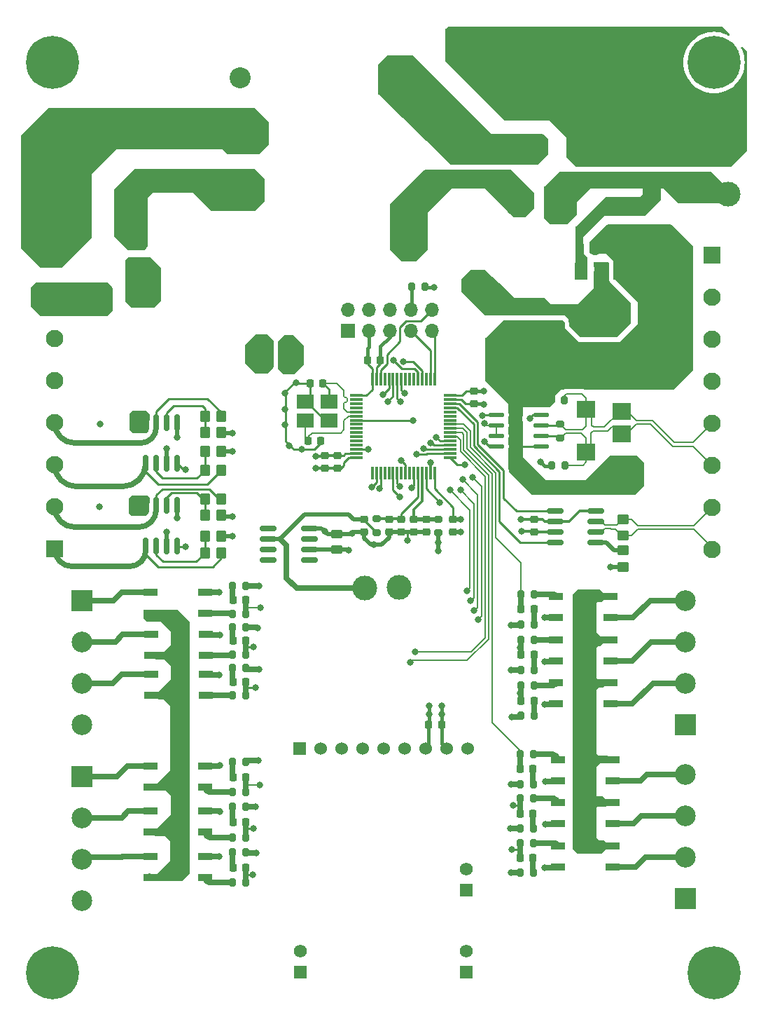
<source format=gbr>
%TF.GenerationSoftware,KiCad,Pcbnew,8.0.0-rc1-91-gb65fa46c3c*%
%TF.CreationDate,2024-02-01T16:18:31+08:00*%
%TF.ProjectId,_____,d0a8a736-612e-46b6-9963-61645f706362,rev?*%
%TF.SameCoordinates,Original*%
%TF.FileFunction,Copper,L1,Top*%
%TF.FilePolarity,Positive*%
%FSLAX46Y46*%
G04 Gerber Fmt 4.6, Leading zero omitted, Abs format (unit mm)*
G04 Created by KiCad (PCBNEW 8.0.0-rc1-91-gb65fa46c3c) date 2024-02-01 16:18:31*
%MOMM*%
%LPD*%
G01*
G04 APERTURE LIST*
G04 Aperture macros list*
%AMRoundRect*
0 Rectangle with rounded corners*
0 $1 Rounding radius*
0 $2 $3 $4 $5 $6 $7 $8 $9 X,Y pos of 4 corners*
0 Add a 4 corners polygon primitive as box body*
4,1,4,$2,$3,$4,$5,$6,$7,$8,$9,$2,$3,0*
0 Add four circle primitives for the rounded corners*
1,1,$1+$1,$2,$3*
1,1,$1+$1,$4,$5*
1,1,$1+$1,$6,$7*
1,1,$1+$1,$8,$9*
0 Add four rect primitives between the rounded corners*
20,1,$1+$1,$2,$3,$4,$5,0*
20,1,$1+$1,$4,$5,$6,$7,0*
20,1,$1+$1,$6,$7,$8,$9,0*
20,1,$1+$1,$8,$9,$2,$3,0*%
G04 Aperture macros list end*
%TA.AperFunction,SMDPad,CuDef*%
%ADD10RoundRect,0.200000X0.200000X0.275000X-0.200000X0.275000X-0.200000X-0.275000X0.200000X-0.275000X0*%
%TD*%
%TA.AperFunction,ComponentPad*%
%ADD11R,2.500000X2.500000*%
%TD*%
%TA.AperFunction,ComponentPad*%
%ADD12C,2.500000*%
%TD*%
%TA.AperFunction,SMDPad,CuDef*%
%ADD13RoundRect,0.225000X0.250000X-0.225000X0.250000X0.225000X-0.250000X0.225000X-0.250000X-0.225000X0*%
%TD*%
%TA.AperFunction,SMDPad,CuDef*%
%ADD14RoundRect,0.225000X-0.250000X0.225000X-0.250000X-0.225000X0.250000X-0.225000X0.250000X0.225000X0*%
%TD*%
%TA.AperFunction,SMDPad,CuDef*%
%ADD15RoundRect,0.200000X-0.200000X-0.275000X0.200000X-0.275000X0.200000X0.275000X-0.200000X0.275000X0*%
%TD*%
%TA.AperFunction,SMDPad,CuDef*%
%ADD16RoundRect,0.218750X-0.218750X-0.256250X0.218750X-0.256250X0.218750X0.256250X-0.218750X0.256250X0*%
%TD*%
%TA.AperFunction,ComponentPad*%
%ADD17C,1.600000*%
%TD*%
%TA.AperFunction,SMDPad,CuDef*%
%ADD18RoundRect,0.218750X0.218750X0.256250X-0.218750X0.256250X-0.218750X-0.256250X0.218750X-0.256250X0*%
%TD*%
%TA.AperFunction,SMDPad,CuDef*%
%ADD19RoundRect,0.250000X-0.450000X0.350000X-0.450000X-0.350000X0.450000X-0.350000X0.450000X0.350000X0*%
%TD*%
%TA.AperFunction,ComponentPad*%
%ADD20C,3.000000*%
%TD*%
%TA.AperFunction,SMDPad,CuDef*%
%ADD21RoundRect,0.250000X0.350000X0.450000X-0.350000X0.450000X-0.350000X-0.450000X0.350000X-0.450000X0*%
%TD*%
%TA.AperFunction,SMDPad,CuDef*%
%ADD22R,2.000000X2.000000*%
%TD*%
%TA.AperFunction,SMDPad,CuDef*%
%ADD23R,1.700000X0.950000*%
%TD*%
%TA.AperFunction,SMDPad,CuDef*%
%ADD24R,2.241000X2.047500*%
%TD*%
%TA.AperFunction,ComponentPad*%
%ADD25C,0.800000*%
%TD*%
%TA.AperFunction,ComponentPad*%
%ADD26C,6.400000*%
%TD*%
%TA.AperFunction,ComponentPad*%
%ADD27C,2.540000*%
%TD*%
%TA.AperFunction,SMDPad,CuDef*%
%ADD28RoundRect,0.250000X-0.350000X-0.450000X0.350000X-0.450000X0.350000X0.450000X-0.350000X0.450000X0*%
%TD*%
%TA.AperFunction,SMDPad,CuDef*%
%ADD29RoundRect,0.150000X0.150000X-0.825000X0.150000X0.825000X-0.150000X0.825000X-0.150000X-0.825000X0*%
%TD*%
%TA.AperFunction,SMDPad,CuDef*%
%ADD30RoundRect,0.250000X-0.475000X0.250000X-0.475000X-0.250000X0.475000X-0.250000X0.475000X0.250000X0*%
%TD*%
%TA.AperFunction,SMDPad,CuDef*%
%ADD31O,1.950000X0.568500*%
%TD*%
%TA.AperFunction,SMDPad,CuDef*%
%ADD32R,1.728000X1.935000*%
%TD*%
%TA.AperFunction,SMDPad,CuDef*%
%ADD33RoundRect,0.200000X0.275000X-0.200000X0.275000X0.200000X-0.275000X0.200000X-0.275000X-0.200000X0*%
%TD*%
%TA.AperFunction,SMDPad,CuDef*%
%ADD34RoundRect,0.250000X0.475000X-0.250000X0.475000X0.250000X-0.475000X0.250000X-0.475000X-0.250000X0*%
%TD*%
%TA.AperFunction,SMDPad,CuDef*%
%ADD35RoundRect,0.250000X-0.250000X-0.475000X0.250000X-0.475000X0.250000X0.475000X-0.250000X0.475000X0*%
%TD*%
%TA.AperFunction,ComponentPad*%
%ADD36R,2.100000X2.100000*%
%TD*%
%TA.AperFunction,ComponentPad*%
%ADD37C,2.100000*%
%TD*%
%TA.AperFunction,SMDPad,CuDef*%
%ADD38RoundRect,0.225000X-0.225000X-0.250000X0.225000X-0.250000X0.225000X0.250000X-0.225000X0.250000X0*%
%TD*%
%TA.AperFunction,SMDPad,CuDef*%
%ADD39RoundRect,0.075000X-0.700000X-0.075000X0.700000X-0.075000X0.700000X0.075000X-0.700000X0.075000X0*%
%TD*%
%TA.AperFunction,SMDPad,CuDef*%
%ADD40RoundRect,0.075000X-0.075000X-0.700000X0.075000X-0.700000X0.075000X0.700000X-0.075000X0.700000X0*%
%TD*%
%TA.AperFunction,ComponentPad*%
%ADD41R,1.600000X1.600000*%
%TD*%
%TA.AperFunction,ComponentPad*%
%ADD42C,1.524000*%
%TD*%
%TA.AperFunction,ComponentPad*%
%ADD43R,1.524000X1.524000*%
%TD*%
%TA.AperFunction,ComponentPad*%
%ADD44C,1.574800*%
%TD*%
%TA.AperFunction,ComponentPad*%
%ADD45R,1.574800X1.574800*%
%TD*%
%TA.AperFunction,SMDPad,CuDef*%
%ADD46RoundRect,0.250000X0.450000X-0.350000X0.450000X0.350000X-0.450000X0.350000X-0.450000X-0.350000X0*%
%TD*%
%TA.AperFunction,ComponentPad*%
%ADD47R,1.700000X1.700000*%
%TD*%
%TA.AperFunction,ComponentPad*%
%ADD48O,1.700000X1.700000*%
%TD*%
%TA.AperFunction,SMDPad,CuDef*%
%ADD49R,1.500000X2.000000*%
%TD*%
%TA.AperFunction,SMDPad,CuDef*%
%ADD50R,3.800000X2.000000*%
%TD*%
%TA.AperFunction,SMDPad,CuDef*%
%ADD51RoundRect,0.150000X0.825000X0.150000X-0.825000X0.150000X-0.825000X-0.150000X0.825000X-0.150000X0*%
%TD*%
%TA.AperFunction,SMDPad,CuDef*%
%ADD52RoundRect,0.150000X-0.825000X-0.150000X0.825000X-0.150000X0.825000X0.150000X-0.825000X0.150000X0*%
%TD*%
%TA.AperFunction,ComponentPad*%
%ADD53R,2.000000X2.000000*%
%TD*%
%TA.AperFunction,ComponentPad*%
%ADD54C,2.000000*%
%TD*%
%TA.AperFunction,SMDPad,CuDef*%
%ADD55R,2.100000X1.800000*%
%TD*%
%TA.AperFunction,ViaPad*%
%ADD56C,0.800000*%
%TD*%
%TA.AperFunction,Conductor*%
%ADD57C,0.250000*%
%TD*%
%TA.AperFunction,Conductor*%
%ADD58C,0.700000*%
%TD*%
%TA.AperFunction,Conductor*%
%ADD59C,0.200000*%
%TD*%
%TA.AperFunction,Conductor*%
%ADD60C,0.500000*%
%TD*%
%TA.AperFunction,Conductor*%
%ADD61C,0.350000*%
%TD*%
%TA.AperFunction,Conductor*%
%ADD62C,0.300000*%
%TD*%
%TA.AperFunction,Conductor*%
%ADD63C,0.400000*%
%TD*%
G04 APERTURE END LIST*
D10*
%TO.P,R22,1*%
%TO.N,/MCU\u6838\u5FC3/PWM2*%
X48387000Y-113145250D03*
%TO.P,R22,2*%
%TO.N,Net-(U15-AN)*%
X46737000Y-113145250D03*
%TD*%
D11*
%TO.P,J4,1,Pin_1*%
%TO.N,/steper/ST_PWM1*%
X28550000Y-90000000D03*
D12*
%TO.P,J4,2,Pin_2*%
%TO.N,/steper/ST_DIR1*%
X28550000Y-95000000D03*
%TO.P,J4,3,Pin_3*%
%TO.N,/steper/ST_EN1*%
X28550000Y-100000000D03*
%TO.P,J4,4,Pin_4*%
%TO.N,GND*%
X28550000Y-105000000D03*
%TD*%
D13*
%TO.P,C14,1*%
%TO.N,+3V3*%
X57937000Y-73996000D03*
%TO.P,C14,2*%
%TO.N,GND*%
X57937000Y-72446000D03*
%TD*%
D11*
%TO.P,J6,1,Pin_1*%
%TO.N,GND*%
X101550000Y-126000000D03*
D12*
%TO.P,J6,2,Pin_2*%
%TO.N,/steper/ST_EN3*%
X101550000Y-121000000D03*
%TO.P,J6,3,Pin_3*%
%TO.N,/steper/ST_DIR3*%
X101550000Y-116000000D03*
%TO.P,J6,4,Pin_4*%
%TO.N,/steper/ST_PWM3*%
X101550000Y-111000000D03*
%TD*%
D10*
%TO.P,R29,1*%
%TO.N,Net-(D10-K)*%
X83289000Y-103927000D03*
%TO.P,R29,2*%
%TO.N,GND*%
X81639000Y-103927000D03*
%TD*%
D14*
%TO.P,C11,1*%
%TO.N,+3V3*%
X75937000Y-64686000D03*
%TO.P,C11,2*%
%TO.N,GND*%
X75937000Y-66236000D03*
%TD*%
D15*
%TO.P,R28,1*%
%TO.N,/MCU\u6838\u5FC3/PWM3*%
X81537000Y-108579000D03*
%TO.P,R28,2*%
%TO.N,Net-(U18-AN)*%
X83187000Y-108579000D03*
%TD*%
D16*
%TO.P,D4,1,K*%
%TO.N,Net-(D4-K)*%
X46814500Y-122243375D03*
%TO.P,D4,2,A*%
%TO.N,/MCU\u6838\u5FC3/EN2*%
X48389500Y-122243375D03*
%TD*%
D17*
%TO.P,C4,1*%
%TO.N,+5V*%
X97282000Y-39223000D03*
%TO.P,C4,2*%
%TO.N,GND*%
X97282000Y-36723000D03*
%TD*%
D18*
%TO.P,D8,1,K*%
%TO.N,Net-(D8-K)*%
X83107500Y-115710000D03*
%TO.P,D8,2,A*%
%TO.N,/MCU\u6838\u5FC3/DIR3*%
X81532500Y-115710000D03*
%TD*%
D19*
%TO.P,R10,1*%
%TO.N,Net-(U7-VIO)*%
X93980000Y-83903000D03*
%TO.P,R10,2*%
%TO.N,+3V3*%
X93980000Y-85903000D03*
%TD*%
D20*
%TO.P,TP4,1,1*%
%TO.N,/MCU\u6838\u5FC3/VREF+*%
X62738000Y-88519000D03*
%TD*%
D10*
%TO.P,R27,1*%
%TO.N,Net-(D9-K)*%
X83187000Y-112155000D03*
%TO.P,R27,2*%
%TO.N,GND*%
X81537000Y-112155000D03*
%TD*%
D21*
%TO.P,R6,1*%
%TO.N,GNDA*%
X45425000Y-71970000D03*
%TO.P,R6,2*%
%TO.N,Net-(U6-1IN-)*%
X43425000Y-71970000D03*
%TD*%
D13*
%TO.P,C16,1*%
%TO.N,GNDA*%
X62687000Y-81736000D03*
%TO.P,C16,2*%
%TO.N,/MCU\u6838\u5FC3/VREF+*%
X62687000Y-80186000D03*
%TD*%
D11*
%TO.P,J7,1,Pin_1*%
%TO.N,GND*%
X101550000Y-105000000D03*
D12*
%TO.P,J7,2,Pin_2*%
%TO.N,/steper/ST_EN4*%
X101550000Y-100000000D03*
%TO.P,J7,3,Pin_3*%
%TO.N,/steper/ST_DIR4*%
X101550000Y-95000000D03*
%TO.P,J7,4,Pin_4*%
%TO.N,/steper/ST_PWM4*%
X101550000Y-90000000D03*
%TD*%
D18*
%TO.P,D11,1,K*%
%TO.N,Net-(D11-K)*%
X83211500Y-96569000D03*
%TO.P,D11,2,A*%
%TO.N,/MCU\u6838\u5FC3/DIR4*%
X81636500Y-96569000D03*
%TD*%
D22*
%TO.P,D17,1,K*%
%TO.N,Net-(D17-K)*%
X35601000Y-53381000D03*
%TO.P,D17,2,A*%
%TO.N,/\u63A5\u53E3/VIN+*%
X31201000Y-53381000D03*
%TD*%
D15*
%TO.P,R34,1*%
%TO.N,/MCU\u6838\u5FC3/PWM4*%
X81639000Y-89211000D03*
%TO.P,R34,2*%
%TO.N,Net-(U21-AN)*%
X83289000Y-89211000D03*
%TD*%
D10*
%TO.P,R16,1*%
%TO.N,/MCU\u6838\u5FC3/PWM1*%
X48384500Y-91587000D03*
%TO.P,R16,2*%
%TO.N,Net-(U12-AN)*%
X46734500Y-91587000D03*
%TD*%
D21*
%TO.P,R41,1*%
%TO.N,GND*%
X52933600Y-60096400D03*
%TO.P,R41,2*%
%TO.N,GNDA*%
X50933600Y-60096400D03*
%TD*%
D23*
%TO.P,U17,1,AN*%
%TO.N,Net-(U17-AN)*%
X86106000Y-114433000D03*
%TO.P,U17,2,CAT*%
%TO.N,GND*%
X86106000Y-116973000D03*
%TO.P,U17,3,EM*%
%TO.N,/steper/ST_DIR3*%
X92706000Y-116973000D03*
%TO.P,U17,4,COL*%
%TO.N,+5V*%
X92706000Y-114433000D03*
%TD*%
D24*
%TO.P,D16,1,K*%
%TO.N,/RS485/485+*%
X93853000Y-69850000D03*
%TO.P,D16,2,A*%
%TO.N,GND*%
X93853000Y-75033000D03*
%TD*%
D14*
%TO.P,C12,1*%
%TO.N,+3V3*%
X73437000Y-80196000D03*
%TO.P,C12,2*%
%TO.N,GND*%
X73437000Y-81746000D03*
%TD*%
D24*
%TO.P,D14,1,K*%
%TO.N,/RS485/485+*%
X89535000Y-72060500D03*
%TO.P,D14,2,A*%
%TO.N,/RS485/485-*%
X89535000Y-66877500D03*
%TD*%
D25*
%TO.P,H4,1,1*%
%TO.N,unconnected-(H4-Pad1)*%
X102600000Y-135000000D03*
X103302944Y-133302944D03*
X103302944Y-136697056D03*
X105000000Y-132600000D03*
D26*
X105000000Y-135000000D03*
D25*
X105000000Y-137400000D03*
X106697056Y-133302944D03*
X106697056Y-136697056D03*
X107400000Y-135000000D03*
%TD*%
D27*
%TO.P,U1,1,Ctrl*%
%TO.N,unconnected-(U1-Ctrl-Pad1)*%
X47690000Y-26877500D03*
%TO.P,U1,2,VIN-*%
%TO.N,/\u63A5\u53E3/VIN-*%
X47690000Y-34497500D03*
%TO.P,U1,3,VIN+*%
%TO.N,/\u7535\u6E90/VIN*%
X47690000Y-39577500D03*
%TO.P,U1,4,+VO*%
%TO.N,Net-(U1-+VO)*%
X68010000Y-47197500D03*
%TO.P,U1,5,-VO*%
%TO.N,Net-(U1--VO)*%
X68010000Y-26877500D03*
%TD*%
D20*
%TO.P,TP2,1,1*%
%TO.N,+5V*%
X106680000Y-40894000D03*
%TD*%
D16*
%TO.P,D1,1,K*%
%TO.N,Net-(D1-K)*%
X46812000Y-99812000D03*
%TO.P,D1,2,A*%
%TO.N,/MCU\u6838\u5FC3/EN1*%
X48387000Y-99812000D03*
%TD*%
D28*
%TO.P,R1,1*%
%TO.N,Net-(U6-2IN-)*%
X43425000Y-67720000D03*
%TO.P,R1,2*%
%TO.N,/\u63A5\u53E3/DAC_4*%
X45425000Y-67720000D03*
%TD*%
D21*
%TO.P,R8,1*%
%TO.N,GNDA*%
X45425000Y-82220000D03*
%TO.P,R8,2*%
%TO.N,Net-(U5-1IN-)*%
X43425000Y-82220000D03*
%TD*%
D29*
%TO.P,U6,1,1OUT*%
%TO.N,/\u63A5\u53E3/DAC_3*%
X36270000Y-73445000D03*
%TO.P,U6,2,1IN-*%
%TO.N,Net-(U6-1IN-)*%
X37540000Y-73445000D03*
%TO.P,U6,3,1IN+*%
%TO.N,/MCU\u6838\u5FC3/DAC_OUT3*%
X38810000Y-73445000D03*
%TO.P,U6,4,GND*%
%TO.N,GNDA*%
X40080000Y-73445000D03*
%TO.P,U6,5,2IN+*%
%TO.N,/MCU\u6838\u5FC3/DAC_OUT4*%
X40080000Y-68495000D03*
%TO.P,U6,6,2IN-*%
%TO.N,Net-(U6-2IN-)*%
X38810000Y-68495000D03*
%TO.P,U6,7,2OUT*%
%TO.N,/\u63A5\u53E3/DAC_4*%
X37540000Y-68495000D03*
%TO.P,U6,8,VCC*%
%TO.N,+5V*%
X36270000Y-68495000D03*
%TD*%
D30*
%TO.P,C6,1*%
%TO.N,+3V3*%
X86250000Y-54950000D03*
%TO.P,C6,2*%
%TO.N,GND*%
X86250000Y-56850000D03*
%TD*%
D31*
%TO.P,U22,1,R*%
%TO.N,/MCU\u6838\u5FC3/RS485_TX*%
X78702000Y-67564000D03*
%TO.P,U22,2,RE*%
%TO.N,Net-(Q1-C)*%
X78702000Y-68834000D03*
%TO.P,U22,3,DE*%
X78702000Y-70104000D03*
%TO.P,U22,4,D*%
%TO.N,/MCU\u6838\u5FC3/RS485_RX*%
X78702000Y-71374000D03*
%TO.P,U22,5,GND*%
%TO.N,GND*%
X84112000Y-71374000D03*
%TO.P,U22,6,A/Y*%
%TO.N,/RS485/485+*%
X84112000Y-70104000D03*
%TO.P,U22,7,B/Z*%
%TO.N,/RS485/485-*%
X84112000Y-68834000D03*
%TO.P,U22,8,VCC*%
%TO.N,+3V3*%
X84112000Y-67564000D03*
%TD*%
D32*
%TO.P,U9,1,1*%
%TO.N,Net-(D17-K)*%
X35208500Y-49500500D03*
%TO.P,U9,2,2*%
%TO.N,/\u7535\u6E90/VIN*%
X35208500Y-46765500D03*
%TD*%
D10*
%TO.P,R14,1*%
%TO.N,/MCU\u6838\u5FC3/EN1*%
X48384500Y-101473000D03*
%TO.P,R14,2*%
%TO.N,Net-(U10-AN)*%
X46734500Y-101473000D03*
%TD*%
D16*
%TO.P,D6,1,K*%
%TO.N,Net-(D6-K)*%
X46814500Y-111309625D03*
%TO.P,D6,2,A*%
%TO.N,/MCU\u6838\u5FC3/PWM2*%
X48389500Y-111309625D03*
%TD*%
D11*
%TO.P,J5,1,Pin_1*%
%TO.N,/steper/ST_PWM2*%
X28550000Y-111250000D03*
D12*
%TO.P,J5,2,Pin_2*%
%TO.N,/steper/ST_DIR2*%
X28550000Y-116250000D03*
%TO.P,J5,3,Pin_3*%
%TO.N,/steper/ST_EN2*%
X28550000Y-121250000D03*
%TO.P,J5,4,Pin_4*%
%TO.N,GND*%
X28550000Y-126250000D03*
%TD*%
D20*
%TO.P,TP5,1,1*%
%TO.N,GNDA*%
X66903600Y-88392000D03*
%TD*%
D15*
%TO.P,R30,1*%
%TO.N,/MCU\u6838\u5FC3/EN4*%
X81639000Y-100228000D03*
%TO.P,R30,2*%
%TO.N,Net-(U19-AN)*%
X83289000Y-100228000D03*
%TD*%
D18*
%TO.P,D12,1,K*%
%TO.N,Net-(D12-K)*%
X83211500Y-91060500D03*
%TO.P,D12,2,A*%
%TO.N,/MCU\u6838\u5FC3/PWM4*%
X81636500Y-91060500D03*
%TD*%
D23*
%TO.P,U12,1,AN*%
%TO.N,Net-(U12-AN)*%
X43432000Y-91567000D03*
%TO.P,U12,2,CAT*%
%TO.N,GND*%
X43432000Y-89027000D03*
%TO.P,U12,3,EM*%
%TO.N,/steper/ST_PWM1*%
X36832000Y-89027000D03*
%TO.P,U12,4,COL*%
%TO.N,+5V*%
X36832000Y-91567000D03*
%TD*%
D33*
%TO.P,L2,1*%
%TO.N,/MCU\u6838\u5FC3/VREF+*%
X64187000Y-81786000D03*
%TO.P,L2,2*%
%TO.N,Net-(U3-VREF+)*%
X64187000Y-80136000D03*
%TD*%
D23*
%TO.P,U21,1,AN*%
%TO.N,Net-(U21-AN)*%
X85854000Y-89535000D03*
%TO.P,U21,2,CAT*%
%TO.N,GND*%
X85854000Y-92075000D03*
%TO.P,U21,3,EM*%
%TO.N,/steper/ST_PWM4*%
X92454000Y-92075000D03*
%TO.P,U21,4,COL*%
%TO.N,+5V*%
X92454000Y-89535000D03*
%TD*%
D10*
%TO.P,R20,1*%
%TO.N,/MCU\u6838\u5FC3/DIR2*%
X48387000Y-118612125D03*
%TO.P,R20,2*%
%TO.N,Net-(U14-AN)*%
X46737000Y-118612125D03*
%TD*%
%TO.P,R31,1*%
%TO.N,Net-(D11-K)*%
X83289000Y-98418500D03*
%TO.P,R31,2*%
%TO.N,GND*%
X81639000Y-98418500D03*
%TD*%
%TO.P,R15,1*%
%TO.N,/MCU\u6838\u5FC3/DIR1*%
X48384500Y-96530000D03*
%TO.P,R15,2*%
%TO.N,Net-(U11-AN)*%
X46734500Y-96530000D03*
%TD*%
D23*
%TO.P,U10,1,AN*%
%TO.N,Net-(U10-AN)*%
X43559000Y-101473000D03*
%TO.P,U10,2,CAT*%
%TO.N,GND*%
X43559000Y-98933000D03*
%TO.P,U10,3,EM*%
%TO.N,/steper/ST_EN1*%
X36959000Y-98933000D03*
%TO.P,U10,4,COL*%
%TO.N,+5V*%
X36959000Y-101473000D03*
%TD*%
D13*
%TO.P,C20,1*%
%TO.N,+5V*%
X83230000Y-81728000D03*
%TO.P,C20,2*%
%TO.N,GND*%
X83230000Y-80178000D03*
%TD*%
D18*
%TO.P,D10,1,K*%
%TO.N,Net-(D10-K)*%
X83211500Y-102077500D03*
%TO.P,D10,2,A*%
%TO.N,/MCU\u6838\u5FC3/EN4*%
X81636500Y-102077500D03*
%TD*%
D15*
%TO.P,R17,1*%
%TO.N,Net-(D4-K)*%
X46737000Y-120407750D03*
%TO.P,R17,2*%
%TO.N,GND*%
X48387000Y-120407750D03*
%TD*%
D16*
%TO.P,D3,1,K*%
%TO.N,Net-(D3-K)*%
X46812000Y-89926000D03*
%TO.P,D3,2,A*%
%TO.N,/MCU\u6838\u5FC3/PWM1*%
X48387000Y-89926000D03*
%TD*%
D15*
%TO.P,R24,1*%
%TO.N,/MCU\u6838\u5FC3/EN3*%
X81537000Y-119266000D03*
%TO.P,R24,2*%
%TO.N,Net-(U16-AN)*%
X83187000Y-119266000D03*
%TD*%
D34*
%TO.P,C15,1*%
%TO.N,+5V*%
X59399000Y-83866000D03*
%TO.P,C15,2*%
%TO.N,GNDA*%
X59399000Y-81966000D03*
%TD*%
D21*
%TO.P,R2,1*%
%TO.N,GNDA*%
X45425000Y-69720000D03*
%TO.P,R2,2*%
%TO.N,Net-(U6-2IN-)*%
X43425000Y-69720000D03*
%TD*%
D10*
%TO.P,R18,1*%
%TO.N,/MCU\u6838\u5FC3/EN2*%
X48387000Y-124079000D03*
%TO.P,R18,2*%
%TO.N,Net-(U13-AN)*%
X46737000Y-124079000D03*
%TD*%
D35*
%TO.P,C5,1*%
%TO.N,+5V*%
X88712000Y-47498000D03*
%TO.P,C5,2*%
%TO.N,GND*%
X90612000Y-47498000D03*
%TD*%
D36*
%TO.P,J2,1,Pin_1*%
%TO.N,unconnected-(J2-Pin_1-Pad1)*%
X104750000Y-48270000D03*
D37*
%TO.P,J2,2,Pin_2*%
%TO.N,unconnected-(J2-Pin_2-Pad2)*%
X104750000Y-53350000D03*
%TO.P,J2,3,Pin_3*%
%TO.N,unconnected-(J2-Pin_3-Pad3)*%
X104750000Y-58430000D03*
%TO.P,J2,4,Pin_4*%
%TO.N,unconnected-(J2-Pin_4-Pad4)*%
X104750000Y-63510000D03*
%TO.P,J2,5,Pin_5*%
%TO.N,/RS485/485-*%
X104750000Y-68590000D03*
%TO.P,J2,6,Pin_6*%
%TO.N,/RS485/485+*%
X104750000Y-73670000D03*
%TO.P,J2,7,Pin_7*%
%TO.N,/can\u603B\u7EBF/CAN+*%
X104750000Y-78750000D03*
%TO.P,J2,8,Pin_8*%
%TO.N,/can\u603B\u7EBF/CAN-*%
X104750000Y-83830000D03*
%TD*%
D36*
%TO.P,J1,1,Pin_1*%
%TO.N,/\u63A5\u53E3/DAC_1*%
X25250000Y-83780000D03*
D37*
%TO.P,J1,2,Pin_2*%
%TO.N,/\u63A5\u53E3/DAC_2*%
X25250000Y-78700000D03*
%TO.P,J1,3,Pin_3*%
%TO.N,/\u63A5\u53E3/DAC_3*%
X25250000Y-73620000D03*
%TO.P,J1,4,Pin_4*%
%TO.N,/\u63A5\u53E3/DAC_4*%
X25250000Y-68540000D03*
%TO.P,J1,5,Pin_5*%
%TO.N,GNDA*%
X25250000Y-63460000D03*
%TO.P,J1,6,Pin_6*%
%TO.N,unconnected-(J1-Pin_6-Pad6)*%
X25250000Y-58380000D03*
%TO.P,J1,7,Pin_7*%
%TO.N,/\u63A5\u53E3/VIN+*%
X25250000Y-53300000D03*
%TO.P,J1,8,Pin_8*%
%TO.N,/\u63A5\u53E3/VIN-*%
X25250000Y-48220000D03*
%TD*%
D13*
%TO.P,C13,1*%
%TO.N,+3V3*%
X59437000Y-73996000D03*
%TO.P,C13,2*%
%TO.N,GND*%
X59437000Y-72446000D03*
%TD*%
D10*
%TO.P,R23,1*%
%TO.N,Net-(D7-K)*%
X83187000Y-122842000D03*
%TO.P,R23,2*%
%TO.N,GND*%
X81537000Y-122842000D03*
%TD*%
D21*
%TO.P,R4,1*%
%TO.N,GNDA*%
X45425000Y-79720000D03*
%TO.P,R4,2*%
%TO.N,Net-(U5-2IN-)*%
X43425000Y-79720000D03*
%TD*%
D38*
%TO.P,C10,1*%
%TO.N,+3V3*%
X63093000Y-60960000D03*
%TO.P,C10,2*%
%TO.N,GND*%
X64643000Y-60960000D03*
%TD*%
D15*
%TO.P,R32,1*%
%TO.N,/MCU\u6838\u5FC3/DIR4*%
X81639000Y-94719500D03*
%TO.P,R32,2*%
%TO.N,Net-(U20-AN)*%
X83289000Y-94719500D03*
%TD*%
D25*
%TO.P,H3,1,1*%
%TO.N,unconnected-(H3-Pad1)*%
X22600000Y-135000000D03*
X23302944Y-133302944D03*
X23302944Y-136697056D03*
X25000000Y-132600000D03*
D26*
X25000000Y-135000000D03*
D25*
X25000000Y-137400000D03*
X26697056Y-133302944D03*
X26697056Y-136697056D03*
X27400000Y-135000000D03*
%TD*%
D23*
%TO.P,U14,1,AN*%
%TO.N,Net-(U14-AN)*%
X43432000Y-117990000D03*
%TO.P,U14,2,CAT*%
%TO.N,GND*%
X43432000Y-115450000D03*
%TO.P,U14,3,EM*%
%TO.N,/steper/ST_DIR2*%
X36832000Y-115450000D03*
%TO.P,U14,4,COL*%
%TO.N,+5V*%
X36832000Y-117990000D03*
%TD*%
D15*
%TO.P,R13,1*%
%TO.N,Net-(D3-K)*%
X46734500Y-88265000D03*
%TO.P,R13,2*%
%TO.N,GND*%
X48384500Y-88265000D03*
%TD*%
D38*
%TO.P,C22,1*%
%TO.N,GND*%
X56162000Y-63721000D03*
%TO.P,C22,2*%
%TO.N,Net-(U3-PF0)*%
X57712000Y-63721000D03*
%TD*%
D14*
%TO.P,C8,1*%
%TO.N,VDDA*%
X70187000Y-80186000D03*
%TO.P,C8,2*%
%TO.N,GNDA*%
X70187000Y-81736000D03*
%TD*%
D38*
%TO.P,C23,1*%
%TO.N,Net-(U3-PF1)*%
X55912000Y-70721000D03*
%TO.P,C23,2*%
%TO.N,GND*%
X57462000Y-70721000D03*
%TD*%
D15*
%TO.P,R35,1*%
%TO.N,Net-(D1-K)*%
X46734500Y-98151000D03*
%TO.P,R35,2*%
%TO.N,GND*%
X48384500Y-98151000D03*
%TD*%
D28*
%TO.P,R7,1*%
%TO.N,Net-(U5-1IN-)*%
X43425000Y-84220000D03*
%TO.P,R7,2*%
%TO.N,/\u63A5\u53E3/DAC_1*%
X45425000Y-84220000D03*
%TD*%
D23*
%TO.P,U20,1,AN*%
%TO.N,Net-(U20-AN)*%
X85854000Y-94742000D03*
%TO.P,U20,2,CAT*%
%TO.N,GND*%
X85854000Y-97282000D03*
%TO.P,U20,3,EM*%
%TO.N,/steper/ST_DIR4*%
X92454000Y-97282000D03*
%TO.P,U20,4,COL*%
%TO.N,+5V*%
X92454000Y-94742000D03*
%TD*%
D15*
%TO.P,R11,1*%
%TO.N,Net-(J3-Pin_8)*%
X68421000Y-52114000D03*
%TO.P,R11,2*%
%TO.N,GND*%
X70071000Y-52114000D03*
%TD*%
D10*
%TO.P,R38,1*%
%TO.N,/RS485/485-*%
X86868000Y-65786000D03*
%TO.P,R38,2*%
%TO.N,GND*%
X85218000Y-65786000D03*
%TD*%
D25*
%TO.P,H2,1,1*%
%TO.N,unconnected-(H2-Pad1)*%
X102600000Y-25000000D03*
X103302944Y-23302944D03*
X103302944Y-26697056D03*
X105000000Y-22600000D03*
D26*
X105000000Y-25000000D03*
D25*
X105000000Y-27400000D03*
X106697056Y-23302944D03*
X106697056Y-26697056D03*
X107400000Y-25000000D03*
%TD*%
D39*
%TO.P,U3,1,VBAT*%
%TO.N,+3V3*%
X61762000Y-65211000D03*
%TO.P,U3,2,PC13*%
%TO.N,unconnected-(U3-PC13-Pad2)*%
X61762000Y-65711000D03*
%TO.P,U3,3,PC14*%
%TO.N,unconnected-(U3-PC14-Pad3)*%
X61762000Y-66211000D03*
%TO.P,U3,4,PC15*%
%TO.N,unconnected-(U3-PC15-Pad4)*%
X61762000Y-66711000D03*
%TO.P,U3,5,PF0*%
%TO.N,Net-(U3-PF0)*%
X61762000Y-67211000D03*
%TO.P,U3,6,PF1*%
%TO.N,Net-(U3-PF1)*%
X61762000Y-67711000D03*
%TO.P,U3,7,PG10*%
%TO.N,RST*%
X61762000Y-68211000D03*
%TO.P,U3,8,PC0*%
%TO.N,unconnected-(U3-PC0-Pad8)*%
X61762000Y-68711000D03*
%TO.P,U3,9,PC1*%
%TO.N,unconnected-(U3-PC1-Pad9)*%
X61762000Y-69211000D03*
%TO.P,U3,10,PC2*%
%TO.N,unconnected-(U3-PC2-Pad10)*%
X61762000Y-69711000D03*
%TO.P,U3,11,PC3*%
%TO.N,unconnected-(U3-PC3-Pad11)*%
X61762000Y-70211000D03*
%TO.P,U3,12,PA0*%
%TO.N,unconnected-(U3-PA0-Pad12)*%
X61762000Y-70711000D03*
%TO.P,U3,13,PA1*%
%TO.N,unconnected-(U3-PA1-Pad13)*%
X61762000Y-71211000D03*
%TO.P,U3,14,PA2*%
%TO.N,/MCU\u6838\u5FC3/DAC_OUT4*%
X61762000Y-71711000D03*
%TO.P,U3,15,VSS*%
%TO.N,GND*%
X61762000Y-72211000D03*
%TO.P,U3,16,VDD*%
%TO.N,+3V3*%
X61762000Y-72711000D03*
D40*
%TO.P,U3,17,PA3*%
%TO.N,unconnected-(U3-PA3-Pad17)*%
X63687000Y-74636000D03*
%TO.P,U3,18,PA4*%
%TO.N,/MCU\u6838\u5FC3/DAC_OUT3*%
X64187000Y-74636000D03*
%TO.P,U3,19,PA5*%
%TO.N,/MCU\u6838\u5FC3/DAC_OUT2*%
X64687000Y-74636000D03*
%TO.P,U3,20,PA6*%
%TO.N,unconnected-(U3-PA6-Pad20)*%
X65187000Y-74636000D03*
%TO.P,U3,21,PA7*%
%TO.N,unconnected-(U3-PA7-Pad21)*%
X65687000Y-74636000D03*
%TO.P,U3,22,PC4*%
%TO.N,/MCU\u6838\u5FC3/USART_TX*%
X66187000Y-74636000D03*
%TO.P,U3,23,PC5*%
%TO.N,/MCU\u6838\u5FC3/USART_RX*%
X66687000Y-74636000D03*
%TO.P,U3,24,PB0*%
%TO.N,unconnected-(U3-PB0-Pad24)*%
X67187000Y-74636000D03*
%TO.P,U3,25,PB1*%
%TO.N,/MCU\u6838\u5FC3/DAC_OU1*%
X67687000Y-74636000D03*
%TO.P,U3,26,PB2*%
%TO.N,unconnected-(U3-PB2-Pad26)*%
X68187000Y-74636000D03*
%TO.P,U3,27,VSSA*%
%TO.N,GNDA*%
X68687000Y-74636000D03*
%TO.P,U3,28,VREF+*%
%TO.N,Net-(U3-VREF+)*%
X69187000Y-74636000D03*
%TO.P,U3,29,VDDA*%
%TO.N,VDDA*%
X69687000Y-74636000D03*
%TO.P,U3,30,PB10*%
%TO.N,/MCU\u6838\u5FC3/RS485_TX*%
X70187000Y-74636000D03*
%TO.P,U3,31,VSS*%
%TO.N,GND*%
X70687000Y-74636000D03*
%TO.P,U3,32,VDD*%
%TO.N,+3V3*%
X71187000Y-74636000D03*
D39*
%TO.P,U3,33,PB11*%
%TO.N,/MCU\u6838\u5FC3/RS485_RX*%
X73112000Y-72711000D03*
%TO.P,U3,34,PB12*%
%TO.N,/MCU\u6838\u5FC3/EN3*%
X73112000Y-72211000D03*
%TO.P,U3,35,PB13*%
%TO.N,/MCU\u6838\u5FC3/DIR3*%
X73112000Y-71711000D03*
%TO.P,U3,36,PB14*%
%TO.N,/MCU\u6838\u5FC3/EN4*%
X73112000Y-71211000D03*
%TO.P,U3,37,PB15*%
%TO.N,/MCU\u6838\u5FC3/DIR4*%
X73112000Y-70711000D03*
%TO.P,U3,38,PC6*%
%TO.N,/MCU\u6838\u5FC3/PWM1*%
X73112000Y-70211000D03*
%TO.P,U3,39,PC7*%
%TO.N,/MCU\u6838\u5FC3/PWM2*%
X73112000Y-69711000D03*
%TO.P,U3,40,PC8*%
%TO.N,/MCU\u6838\u5FC3/PWM3*%
X73112000Y-69211000D03*
%TO.P,U3,41,PC9*%
%TO.N,/MCU\u6838\u5FC3/PWM4*%
X73112000Y-68711000D03*
%TO.P,U3,42,PA8*%
%TO.N,unconnected-(U3-PA8-Pad42)*%
X73112000Y-68211000D03*
%TO.P,U3,43,PA9*%
%TO.N,unconnected-(U3-PA9-Pad43)*%
X73112000Y-67711000D03*
%TO.P,U3,44,PA10*%
%TO.N,unconnected-(U3-PA10-Pad44)*%
X73112000Y-67211000D03*
%TO.P,U3,45,PA11*%
%TO.N,/MCU\u6838\u5FC3/CAN_RX*%
X73112000Y-66711000D03*
%TO.P,U3,46,PA12*%
%TO.N,/MCU\u6838\u5FC3/CAN_TX*%
X73112000Y-66211000D03*
%TO.P,U3,47,VSS*%
%TO.N,GND*%
X73112000Y-65711000D03*
%TO.P,U3,48,VDD*%
%TO.N,+3V3*%
X73112000Y-65211000D03*
D40*
%TO.P,U3,49,PA13*%
%TO.N,SWDIO*%
X71187000Y-63286000D03*
%TO.P,U3,50,PA14*%
%TO.N,SWCLK*%
X70687000Y-63286000D03*
%TO.P,U3,51,PA15*%
%TO.N,unconnected-(U3-PA15-Pad51)*%
X70187000Y-63286000D03*
%TO.P,U3,52,PC10*%
%TO.N,UART4_TX*%
X69687000Y-63286000D03*
%TO.P,U3,53,PC11*%
%TO.N,UART4_RX*%
X69187000Y-63286000D03*
%TO.P,U3,54,PC12*%
%TO.N,unconnected-(U3-PC12-Pad54)*%
X68687000Y-63286000D03*
%TO.P,U3,55,PD2*%
%TO.N,unconnected-(U3-PD2-Pad55)*%
X68187000Y-63286000D03*
%TO.P,U3,56,PB3*%
%TO.N,unconnected-(U3-PB3-Pad56)*%
X67687000Y-63286000D03*
%TO.P,U3,57,PB4*%
%TO.N,/MCU\u6838\u5FC3/EN2*%
X67187000Y-63286000D03*
%TO.P,U3,58,PB5*%
%TO.N,/MCU\u6838\u5FC3/DIR2*%
X66687000Y-63286000D03*
%TO.P,U3,59,PB6*%
%TO.N,/MCU\u6838\u5FC3/EN1*%
X66187000Y-63286000D03*
%TO.P,U3,60,PB7*%
%TO.N,/MCU\u6838\u5FC3/DIR1*%
X65687000Y-63286000D03*
%TO.P,U3,61,PB8*%
%TO.N,unconnected-(U3-PB8-Pad61)*%
X65187000Y-63286000D03*
%TO.P,U3,62,PB9*%
%TO.N,BOOT0*%
X64687000Y-63286000D03*
%TO.P,U3,63,VSS*%
%TO.N,GND*%
X64187000Y-63286000D03*
%TO.P,U3,64,VDD*%
%TO.N,+3V3*%
X63687000Y-63286000D03*
%TD*%
D25*
%TO.P,H1,1,1*%
%TO.N,unconnected-(H1-Pad1)*%
X22600000Y-25000000D03*
X23302944Y-23302944D03*
X23302944Y-26697056D03*
X25000000Y-22600000D03*
D26*
X25000000Y-25000000D03*
D25*
X25000000Y-27400000D03*
X26697056Y-23302944D03*
X26697056Y-26697056D03*
X27400000Y-25000000D03*
%TD*%
D41*
%TO.P,C3,1*%
%TO.N,+5V*%
X91694000Y-39155380D03*
D17*
%TO.P,C3,2*%
%TO.N,GND*%
X91694000Y-36655380D03*
%TD*%
D10*
%TO.P,R33,1*%
%TO.N,Net-(D12-K)*%
X83289000Y-92910000D03*
%TO.P,R33,2*%
%TO.N,GND*%
X81639000Y-92910000D03*
%TD*%
D33*
%TO.P,L1,1*%
%TO.N,+3V3*%
X71687000Y-81796000D03*
%TO.P,L1,2*%
%TO.N,VDDA*%
X71687000Y-80146000D03*
%TD*%
D15*
%TO.P,R21,1*%
%TO.N,Net-(D6-K)*%
X46737000Y-109474000D03*
%TO.P,R21,2*%
%TO.N,GND*%
X48387000Y-109474000D03*
%TD*%
D23*
%TO.P,U19,1,AN*%
%TO.N,Net-(U19-AN)*%
X85854000Y-99949000D03*
%TO.P,U19,2,CAT*%
%TO.N,GND*%
X85854000Y-102489000D03*
%TO.P,U19,3,EM*%
%TO.N,/steper/ST_EN4*%
X92454000Y-102489000D03*
%TO.P,U19,4,COL*%
%TO.N,+5V*%
X92454000Y-99949000D03*
%TD*%
D15*
%TO.P,R12,1*%
%TO.N,Net-(D2-K)*%
X46734500Y-93208000D03*
%TO.P,R12,2*%
%TO.N,GND*%
X48384500Y-93208000D03*
%TD*%
D24*
%TO.P,D15,1,K*%
%TO.N,GND*%
X93853000Y-61924500D03*
%TO.P,D15,2,A*%
%TO.N,/RS485/485-*%
X93853000Y-67107500D03*
%TD*%
D15*
%TO.P,R19,1*%
%TO.N,Net-(D5-K)*%
X46737000Y-114940875D03*
%TO.P,R19,2*%
%TO.N,GND*%
X48387000Y-114940875D03*
%TD*%
%TO.P,R26,1*%
%TO.N,/MCU\u6838\u5FC3/DIR3*%
X81535000Y-113922000D03*
%TO.P,R26,2*%
%TO.N,Net-(U17-AN)*%
X83185000Y-113922000D03*
%TD*%
D18*
%TO.P,D9,1,K*%
%TO.N,Net-(D9-K)*%
X83109500Y-110367000D03*
%TO.P,D9,2,A*%
%TO.N,/MCU\u6838\u5FC3/PWM3*%
X81534500Y-110367000D03*
%TD*%
D13*
%TO.P,C18,1*%
%TO.N,GNDA*%
X65687000Y-81736000D03*
%TO.P,C18,2*%
%TO.N,Net-(U3-VREF+)*%
X65687000Y-80186000D03*
%TD*%
D38*
%TO.P,C21,1*%
%TO.N,GND*%
X70499000Y-105000000D03*
%TO.P,C21,2*%
%TO.N,+3V3*%
X72049000Y-105000000D03*
%TD*%
D10*
%TO.P,R25,1*%
%TO.N,Net-(D8-K)*%
X83185000Y-117498000D03*
%TO.P,R25,2*%
%TO.N,GND*%
X81535000Y-117498000D03*
%TD*%
D33*
%TO.P,R40,1*%
%TO.N,/RS485/485+*%
X86360000Y-70357000D03*
%TO.P,R40,2*%
%TO.N,/RS485/485-*%
X86360000Y-68707000D03*
%TD*%
D42*
%TO.P,LDM2,1*%
%TO.N,Net-(U1-+VO)*%
X80725000Y-42672000D03*
%TO.P,LDM2,2*%
%TO.N,+5V*%
X85725000Y-42672000D03*
%TD*%
D41*
%TO.P,C7,1*%
%TO.N,+3V3*%
X81750000Y-54600000D03*
D17*
%TO.P,C7,2*%
%TO.N,GND*%
X81750000Y-57100000D03*
%TD*%
D23*
%TO.P,U18,1,AN*%
%TO.N,Net-(U18-AN)*%
X86108000Y-109220000D03*
%TO.P,U18,2,CAT*%
%TO.N,GND*%
X86108000Y-111760000D03*
%TO.P,U18,3,EM*%
%TO.N,/steper/ST_PWM3*%
X92708000Y-111760000D03*
%TO.P,U18,4,COL*%
%TO.N,+5V*%
X92708000Y-109220000D03*
%TD*%
D41*
%TO.P,C2,1*%
%TO.N,Net-(U1-+VO)*%
X75250000Y-38869880D03*
D17*
%TO.P,C2,2*%
%TO.N,Net-(U1--VO)*%
X75250000Y-36369880D03*
%TD*%
D14*
%TO.P,C9,1*%
%TO.N,VDDA*%
X68687000Y-80186000D03*
%TO.P,C9,2*%
%TO.N,GNDA*%
X68687000Y-81736000D03*
%TD*%
D23*
%TO.P,U11,1,AN*%
%TO.N,Net-(U11-AN)*%
X43559000Y-96647000D03*
%TO.P,U11,2,CAT*%
%TO.N,GND*%
X43559000Y-94107000D03*
%TO.P,U11,3,EM*%
%TO.N,/steper/ST_DIR1*%
X36959000Y-94107000D03*
%TO.P,U11,4,COL*%
%TO.N,+5V*%
X36959000Y-96647000D03*
%TD*%
D28*
%TO.P,R5,1*%
%TO.N,Net-(U6-1IN-)*%
X43425000Y-74220000D03*
%TO.P,R5,2*%
%TO.N,/\u63A5\u53E3/DAC_3*%
X45425000Y-74220000D03*
%TD*%
D18*
%TO.P,D7,1,K*%
%TO.N,Net-(D7-K)*%
X83109500Y-121054000D03*
%TO.P,D7,2,A*%
%TO.N,/MCU\u6838\u5FC3/EN3*%
X81534500Y-121054000D03*
%TD*%
D20*
%TO.P,TP6,1,1*%
%TO.N,GND*%
X106680000Y-34798000D03*
%TD*%
D23*
%TO.P,U15,1,AN*%
%TO.N,Net-(U15-AN)*%
X43432000Y-112536000D03*
%TO.P,U15,2,CAT*%
%TO.N,GND*%
X43432000Y-109996000D03*
%TO.P,U15,3,EM*%
%TO.N,/steper/ST_PWM2*%
X36832000Y-109996000D03*
%TO.P,U15,4,COL*%
%TO.N,+5V*%
X36832000Y-112536000D03*
%TD*%
D15*
%TO.P,R39,1*%
%TO.N,+3V3*%
X85345000Y-73660000D03*
%TO.P,R39,2*%
%TO.N,/RS485/485+*%
X86995000Y-73660000D03*
%TD*%
D43*
%TO.P,U8,1,COM_LED*%
%TO.N,unconnected-(U8-COM_LED-Pad1)*%
X54904300Y-107898395D03*
D42*
%TO.P,U8,2,TXD*%
%TO.N,/MCU\u6838\u5FC3/USART_TX*%
X57444300Y-107898395D03*
%TO.P,U8,3,RXD*%
%TO.N,/MCU\u6838\u5FC3/USART_RX*%
X59984300Y-107898395D03*
%TO.P,U8,4,485_DIR*%
%TO.N,unconnected-(U8-485_DIR-Pad4)*%
X62524300Y-107898395D03*
%TO.P,U8,5,CFG*%
%TO.N,unconnected-(U8-CFG-Pad5)*%
X65064300Y-107898395D03*
%TO.P,U8,6,RUN_LED*%
%TO.N,unconnected-(U8-RUN_LED-Pad6)*%
X67604300Y-107898395D03*
%TO.P,U8,7,GND*%
%TO.N,GND*%
X70144300Y-107898395D03*
%TO.P,U8,8,3.3V*%
%TO.N,+3V3*%
X72684300Y-107898395D03*
%TO.P,U8,9,5V*%
%TO.N,unconnected-(U8-5V-Pad9)*%
X75224300Y-107898395D03*
D44*
%TO.P,U8,10,Y2*%
%TO.N,unconnected-(U8-Y2-Pad10)*%
X75059200Y-122465295D03*
D45*
%TO.P,U8,11,Y1*%
%TO.N,unconnected-(U8-Y1-Pad11)*%
X75059200Y-125005295D03*
D44*
%TO.P,U8,12,X2*%
%TO.N,unconnected-(U8-X2-Pad12)*%
X75069700Y-132329995D03*
D45*
%TO.P,U8,13,X1*%
%TO.N,unconnected-(U8-X1-Pad13)*%
X75069700Y-134869995D03*
D44*
%TO.P,U8,14,PGND*%
%TO.N,GND*%
X54952900Y-132329995D03*
D45*
%TO.P,U8,15,PGND*%
X54952900Y-134869995D03*
%TD*%
D46*
%TO.P,R9,1*%
%TO.N,/can\u603B\u7EBF/CAN-*%
X93980000Y-82153000D03*
%TO.P,R9,2*%
%TO.N,/can\u603B\u7EBF/CAN+*%
X93980000Y-80153000D03*
%TD*%
D13*
%TO.P,C17,1*%
%TO.N,GNDA*%
X67187000Y-81736000D03*
%TO.P,C17,2*%
%TO.N,Net-(U3-VREF+)*%
X67187000Y-80186000D03*
%TD*%
D28*
%TO.P,R3,1*%
%TO.N,Net-(U5-2IN-)*%
X43425000Y-77724000D03*
%TO.P,R3,2*%
%TO.N,/\u63A5\u53E3/DAC_2*%
X45425000Y-77724000D03*
%TD*%
D20*
%TO.P,TP1,1,1*%
%TO.N,+3V3*%
X76454000Y-52070000D03*
%TD*%
D47*
%TO.P,J3,1,Pin_1*%
%TO.N,+5V*%
X60706000Y-57404000D03*
D48*
%TO.P,J3,2,Pin_2*%
%TO.N,UART4_RX*%
X60706000Y-54864000D03*
%TO.P,J3,3,Pin_3*%
%TO.N,+3V3*%
X63246000Y-57404000D03*
%TO.P,J3,4,Pin_4*%
%TO.N,UART4_TX*%
X63246000Y-54864000D03*
%TO.P,J3,5,Pin_5*%
%TO.N,GND*%
X65786000Y-57404000D03*
%TO.P,J3,6,Pin_6*%
%TO.N,RST*%
X65786000Y-54864000D03*
%TO.P,J3,7,Pin_7*%
%TO.N,SWCLK*%
X68326000Y-57404000D03*
%TO.P,J3,8,Pin_8*%
%TO.N,Net-(J3-Pin_8)*%
X68326000Y-54864000D03*
%TO.P,J3,9,Pin_9*%
%TO.N,SWDIO*%
X70866000Y-57404000D03*
%TO.P,J3,10,Pin_10*%
%TO.N,BOOT0*%
X70866000Y-54864000D03*
%TD*%
D29*
%TO.P,U5,1,1OUT*%
%TO.N,/\u63A5\u53E3/DAC_1*%
X36270000Y-83445000D03*
%TO.P,U5,2,1IN-*%
%TO.N,Net-(U5-1IN-)*%
X37540000Y-83445000D03*
%TO.P,U5,3,1IN+*%
%TO.N,/MCU\u6838\u5FC3/DAC_OU1*%
X38810000Y-83445000D03*
%TO.P,U5,4,GND*%
%TO.N,GNDA*%
X40080000Y-83445000D03*
%TO.P,U5,5,2IN+*%
%TO.N,/MCU\u6838\u5FC3/DAC_OUT2*%
X40080000Y-78495000D03*
%TO.P,U5,6,2IN-*%
%TO.N,Net-(U5-2IN-)*%
X38810000Y-78495000D03*
%TO.P,U5,7,2OUT*%
%TO.N,/\u63A5\u53E3/DAC_2*%
X37540000Y-78495000D03*
%TO.P,U5,8,VCC*%
%TO.N,+5V*%
X36270000Y-78495000D03*
%TD*%
D49*
%TO.P,U2,1,GND*%
%TO.N,GND*%
X93550000Y-50200000D03*
%TO.P,U2,2,VOUT*%
%TO.N,+3V3*%
X91250000Y-50200000D03*
%TO.P,U2,3,VIN*%
%TO.N,+5V*%
X88950000Y-50200000D03*
D50*
%TO.P,U2,4,VOUT*%
%TO.N,+3V3*%
X91250000Y-56500000D03*
%TD*%
D51*
%TO.P,U4,1,DNC*%
%TO.N,unconnected-(U4-DNC-Pad1)*%
X56054000Y-85071000D03*
%TO.P,U4,2,VIN*%
%TO.N,+5V*%
X56054000Y-83801000D03*
%TO.P,U4,3,TEMP*%
%TO.N,unconnected-(U4-TEMP-Pad3)*%
X56054000Y-82531000D03*
%TO.P,U4,4,GND*%
%TO.N,GNDA*%
X56054000Y-81261000D03*
%TO.P,U4,5,TRIM/NR*%
%TO.N,unconnected-(U4-TRIM{slash}NR-Pad5)*%
X51104000Y-81261000D03*
%TO.P,U4,6,VOUT*%
%TO.N,/MCU\u6838\u5FC3/VREF+*%
X51104000Y-82531000D03*
%TO.P,U4,7,NC*%
%TO.N,unconnected-(U4-NC-Pad7)*%
X51104000Y-83801000D03*
%TO.P,U4,8,DNC*%
%TO.N,unconnected-(U4-DNC-Pad8)*%
X51104000Y-85071000D03*
%TD*%
D52*
%TO.P,U7,1,TXD*%
%TO.N,/MCU\u6838\u5FC3/CAN_TX*%
X85780000Y-79168000D03*
%TO.P,U7,2,GND*%
%TO.N,GND*%
X85780000Y-80438000D03*
%TO.P,U7,3,VCC*%
%TO.N,+5V*%
X85780000Y-81708000D03*
%TO.P,U7,4,RXD*%
%TO.N,/MCU\u6838\u5FC3/CAN_RX*%
X85780000Y-82978000D03*
%TO.P,U7,5,VIO*%
%TO.N,Net-(U7-VIO)*%
X90730000Y-82978000D03*
%TO.P,U7,6,CANL*%
%TO.N,/can\u603B\u7EBF/CAN-*%
X90730000Y-81708000D03*
%TO.P,U7,7,CANH*%
%TO.N,/can\u603B\u7EBF/CAN+*%
X90730000Y-80438000D03*
%TO.P,U7,8,S*%
%TO.N,GND*%
X90730000Y-79168000D03*
%TD*%
D53*
%TO.P,C1,1*%
%TO.N,/\u7535\u6E90/VIN*%
X38250000Y-39305177D03*
D54*
%TO.P,C1,2*%
%TO.N,/\u63A5\u53E3/VIN-*%
X38250000Y-34305177D03*
%TD*%
D24*
%TO.P,D18,1,K*%
%TO.N,GND*%
X102108000Y-35762500D03*
%TO.P,D18,2,A*%
%TO.N,+5V*%
X102108000Y-40945500D03*
%TD*%
D55*
%TO.P,Y1,1,1*%
%TO.N,Net-(U3-PF1)*%
X55537000Y-68271000D03*
%TO.P,Y1,2,2*%
%TO.N,GND*%
X58437000Y-68271000D03*
%TO.P,Y1,3,3*%
%TO.N,Net-(U3-PF0)*%
X58437000Y-65971000D03*
%TO.P,Y1,4,4*%
%TO.N,GND*%
X55537000Y-65971000D03*
%TD*%
D23*
%TO.P,U13,1,AN*%
%TO.N,Net-(U13-AN)*%
X43432000Y-123444000D03*
%TO.P,U13,2,CAT*%
%TO.N,GND*%
X43432000Y-120904000D03*
%TO.P,U13,3,EM*%
%TO.N,/steper/ST_EN2*%
X36832000Y-120904000D03*
%TO.P,U13,4,COL*%
%TO.N,+5V*%
X36832000Y-123444000D03*
%TD*%
D16*
%TO.P,D2,1,K*%
%TO.N,Net-(D2-K)*%
X46812000Y-94869000D03*
%TO.P,D2,2,A*%
%TO.N,/MCU\u6838\u5FC3/DIR1*%
X48387000Y-94869000D03*
%TD*%
D23*
%TO.P,U16,1,AN*%
%TO.N,Net-(U16-AN)*%
X86108000Y-119647000D03*
%TO.P,U16,2,CAT*%
%TO.N,GND*%
X86108000Y-122187000D03*
%TO.P,U16,3,EM*%
%TO.N,/steper/ST_EN3*%
X92708000Y-122187000D03*
%TO.P,U16,4,COL*%
%TO.N,+5V*%
X92708000Y-119647000D03*
%TD*%
D42*
%TO.P,LDM1,1*%
%TO.N,Net-(U1--VO)*%
X83500000Y-35437500D03*
%TO.P,LDM1,2*%
%TO.N,GND*%
X83500000Y-30437500D03*
%TD*%
D16*
%TO.P,D5,1,K*%
%TO.N,Net-(D5-K)*%
X46814500Y-116776500D03*
%TO.P,D5,2,A*%
%TO.N,/MCU\u6838\u5FC3/DIR2*%
X48389500Y-116776500D03*
%TD*%
D56*
%TO.N,/MCU\u6838\u5FC3/DIR1*%
X49326800Y-95554800D03*
%TO.N,/MCU\u6838\u5FC3/EN1*%
X49530000Y-100533200D03*
%TO.N,/MCU\u6838\u5FC3/EN2*%
X49225200Y-123139200D03*
%TO.N,/MCU\u6838\u5FC3/DIR2*%
X49326800Y-117500400D03*
%TO.N,/MCU\u6838\u5FC3/EN2*%
X67614800Y-64973200D03*
%TO.N,/MCU\u6838\u5FC3/DIR2*%
X67056000Y-65989200D03*
%TO.N,/MCU\u6838\u5FC3/EN1*%
X65532000Y-65989200D03*
%TO.N,/MCU\u6838\u5FC3/DIR1*%
X64973200Y-65074800D03*
%TO.N,Net-(Q1-C)*%
X77270463Y-68581037D03*
%TO.N,/MCU\u6838\u5FC3/DIR4*%
X75793600Y-75082400D03*
%TO.N,/MCU\u6838\u5FC3/EN4*%
X74574400Y-75387200D03*
%TO.N,/MCU\u6838\u5FC3/DIR3*%
X74320400Y-76657200D03*
%TO.N,/MCU\u6838\u5FC3/EN3*%
X73050400Y-76657200D03*
%TO.N,GND*%
X80924400Y-70307200D03*
%TO.N,+3V3*%
X82702400Y-68021200D03*
%TO.N,GND*%
X83820000Y-62839600D03*
%TO.N,GNDA*%
X30734000Y-68630800D03*
X30683200Y-78638400D03*
X41097200Y-74168000D03*
X41046400Y-83515200D03*
%TO.N,/MCU\u6838\u5FC3/DAC_OU1*%
X67157600Y-73050400D03*
%TO.N,/MCU\u6838\u5FC3/DAC_OUT2*%
X64577790Y-76467731D03*
%TO.N,/MCU\u6838\u5FC3/DAC_OUT3*%
X63601600Y-76250800D03*
%TO.N,/MCU\u6838\u5FC3/DAC_OUT4*%
X63144400Y-71729600D03*
X40081200Y-70256400D03*
%TO.N,/MCU\u6838\u5FC3/DAC_OUT3*%
X38811200Y-71628000D03*
%TO.N,/MCU\u6838\u5FC3/DAC_OUT2*%
X40081200Y-80010000D03*
%TO.N,/MCU\u6838\u5FC3/DAC_OU1*%
X38811200Y-81686400D03*
%TO.N,+5V*%
X39014400Y-91948000D03*
X38811200Y-123240800D03*
X104013000Y-41275000D03*
X40284400Y-122580400D03*
X88798400Y-94792800D03*
X101981000Y-38735000D03*
X39471600Y-112064800D03*
X89966800Y-100076000D03*
X90068400Y-94843600D03*
X90119200Y-89763600D03*
X88747600Y-114503200D03*
X39319200Y-101498400D03*
X90119200Y-114503200D03*
X88747600Y-100025200D03*
X40894000Y-117652800D03*
X100330000Y-40132000D03*
X99568000Y-38735000D03*
X100838000Y-38735000D03*
X104394000Y-38735000D03*
X40792400Y-112014000D03*
X104013000Y-40132000D03*
X81730000Y-81653000D03*
X88696800Y-109372400D03*
X40792400Y-101600000D03*
X60807600Y-83870800D03*
X39624000Y-117602000D03*
X34899600Y-77825600D03*
X103251000Y-38735000D03*
X90424000Y-119735600D03*
X39522400Y-96621600D03*
X34950400Y-78994000D03*
X40335200Y-92862400D03*
X89001600Y-119583200D03*
X35052000Y-68834000D03*
X35052000Y-67868800D03*
X90017600Y-109423200D03*
X40843200Y-96723200D03*
X88950800Y-89712800D03*
%TO.N,RST*%
X68580000Y-68224400D03*
%TO.N,GNDA*%
X50850800Y-58623200D03*
X46786800Y-69748400D03*
X50901600Y-61569600D03*
X68427600Y-76352400D03*
X57912000Y-81635600D03*
X67919600Y-82702400D03*
X61214000Y-81838800D03*
X46786800Y-82245200D03*
X46786800Y-71932800D03*
X63855600Y-83261200D03*
X49631600Y-60147200D03*
X46736000Y-79806800D03*
%TO.N,+3V3*%
X84023200Y-73202800D03*
X79959200Y-54559200D03*
X71687000Y-82971000D03*
X92506800Y-85953600D03*
X74371200Y-80221000D03*
X72085200Y-102717600D03*
X72034400Y-103682800D03*
X77165200Y-64668400D03*
X56845200Y-74015600D03*
X71687000Y-83971000D03*
%TO.N,/MCU\u6838\u5FC3/USART_RX*%
X67005200Y-76200000D03*
%TO.N,/MCU\u6838\u5FC3/USART_TX*%
X67005200Y-77470000D03*
%TO.N,/MCU\u6838\u5FC3/PWM1*%
X68834000Y-96215200D03*
X50139600Y-90830400D03*
%TO.N,/MCU\u6838\u5FC3/PWM2*%
X68275200Y-97485200D03*
X50038000Y-112268000D03*
%TO.N,/MCU\u6838\u5FC3/EN3*%
X80568800Y-120040400D03*
X69037200Y-72288400D03*
X75133200Y-88798400D03*
%TO.N,/MCU\u6838\u5FC3/DIR3*%
X75539600Y-89966800D03*
X80721200Y-114706400D03*
X69900800Y-71628000D03*
%TO.N,/MCU\u6838\u5FC3/EN4*%
X81584800Y-101142800D03*
X70681504Y-70925366D03*
X75996800Y-91186000D03*
%TO.N,/MCU\u6838\u5FC3/DIR4*%
X71424800Y-70256400D03*
X76504800Y-92303600D03*
X81584800Y-95707200D03*
%TO.N,GND*%
X45212000Y-115468400D03*
X78250000Y-59110000D03*
X70510400Y-103682800D03*
X84480400Y-97332800D03*
X81635600Y-80162400D03*
X54254400Y-60096400D03*
X71120000Y-52171600D03*
X53238400Y-61569600D03*
X49885600Y-109321600D03*
X53136800Y-58674000D03*
X45161200Y-98958400D03*
X80518000Y-104089200D03*
X49987200Y-88239600D03*
X83500000Y-57110000D03*
X49580800Y-114909600D03*
X84531200Y-92049600D03*
X92837000Y-63754000D03*
X70510400Y-102717600D03*
X84632800Y-111810800D03*
X84531200Y-122224800D03*
X80416400Y-112217200D03*
X92456000Y-73152000D03*
X80467200Y-122885200D03*
X93726000Y-73152000D03*
X53136800Y-66903600D03*
X53644800Y-71272400D03*
X95504000Y-49657000D03*
X77165200Y-66294000D03*
X45212000Y-94132400D03*
X55168800Y-71729600D03*
X49936400Y-98298000D03*
X79750000Y-59110000D03*
X80365600Y-117500400D03*
X54457600Y-63703200D03*
X84582000Y-116992400D03*
X94107000Y-63754000D03*
X85000000Y-57360000D03*
X84531200Y-102565200D03*
X45161200Y-120904000D03*
X56845200Y-72542400D03*
X53086000Y-68783200D03*
X81750000Y-59110000D03*
X85000000Y-58610000D03*
X45212000Y-109931200D03*
X53136800Y-64922400D03*
X49631600Y-120497600D03*
X45161200Y-89001600D03*
X86250000Y-58610000D03*
X80000000Y-57860000D03*
X70687000Y-73355200D03*
X74371200Y-81721000D03*
X95250000Y-63754000D03*
X95504000Y-50907000D03*
X80416400Y-92964000D03*
X83500000Y-58610000D03*
X78750000Y-57860000D03*
X80416400Y-98399600D03*
X49784000Y-93319600D03*
X94869000Y-73152000D03*
%TO.N,UART4_TX*%
X67390853Y-61133147D03*
%TO.N,UART4_RX*%
X66192400Y-60960000D03*
%TO.N,/MCU\u6838\u5FC3/RS485_RX*%
X77202200Y-70764400D03*
X74893000Y-73558400D03*
%TO.N,/MCU\u6838\u5FC3/RS485_TX*%
X77012800Y-67614800D03*
X71826147Y-78135453D03*
%TD*%
D57*
%TO.N,/MCU\u6838\u5FC3/DIR1*%
X48435300Y-95554800D02*
X48384500Y-95605600D01*
X49326800Y-95554800D02*
X48435300Y-95554800D01*
D58*
X48384500Y-95605600D02*
X48384500Y-96530000D01*
X48384500Y-94871500D02*
X48384500Y-95605600D01*
D57*
%TO.N,/MCU\u6838\u5FC3/EN1*%
X49530000Y-100533200D02*
X49479200Y-100533200D01*
X48768000Y-100533200D02*
X49530000Y-100533200D01*
X48387000Y-100533200D02*
X48768000Y-100533200D01*
D58*
X48387000Y-99812000D02*
X48387000Y-100533200D01*
X48387000Y-100533200D02*
X48387000Y-101470500D01*
D57*
%TO.N,/MCU\u6838\u5FC3/EN2*%
X49225200Y-123139200D02*
X48389500Y-123139200D01*
D58*
X48389500Y-123139200D02*
X48389500Y-124076500D01*
X48389500Y-122243375D02*
X48389500Y-123139200D01*
D57*
%TO.N,/MCU\u6838\u5FC3/DIR2*%
X48717200Y-117500400D02*
X49326800Y-117500400D01*
D58*
X48389500Y-117500400D02*
X48389500Y-118609625D01*
D57*
X48389500Y-117500400D02*
X48717200Y-117500400D01*
D58*
X48389500Y-116776500D02*
X48389500Y-117500400D01*
D57*
%TO.N,/MCU\u6838\u5FC3/EN2*%
X67614800Y-65024000D02*
X67564000Y-64973200D01*
X67614800Y-64973200D02*
X67614800Y-65024000D01*
X67564000Y-64973200D02*
X67614800Y-64973200D01*
X67187000Y-64596200D02*
X67564000Y-64973200D01*
X67187000Y-63286000D02*
X67187000Y-64596200D01*
%TO.N,/MCU\u6838\u5FC3/DIR2*%
X67056000Y-65989200D02*
X67005200Y-65938400D01*
X66687000Y-65620200D02*
X67056000Y-65989200D01*
X66687000Y-63286000D02*
X66687000Y-65620200D01*
%TO.N,/MCU\u6838\u5FC3/EN1*%
X65481200Y-65989200D02*
X65532000Y-65938400D01*
X65532000Y-65989200D02*
X65481200Y-65989200D01*
X65532000Y-65938400D02*
X65532000Y-65989200D01*
X66187000Y-65283400D02*
X65532000Y-65938400D01*
X66187000Y-63286000D02*
X66187000Y-65283400D01*
%TO.N,/MCU\u6838\u5FC3/DIR1*%
X64973200Y-65074800D02*
X65024000Y-65024000D01*
X65687000Y-64361000D02*
X64973200Y-65074800D01*
X65687000Y-63286000D02*
X65687000Y-64361000D01*
D59*
%TO.N,Net-(U3-PF1)*%
X55537000Y-70346000D02*
X55537000Y-68271000D01*
X55912000Y-70721000D02*
X55537000Y-70346000D01*
%TO.N,Net-(U3-PF0)*%
X60198000Y-66430944D02*
X60198000Y-66802000D01*
X60198000Y-64566800D02*
X60198000Y-65230944D01*
X60198000Y-66802000D02*
X60607000Y-67211000D01*
X60648000Y-65680944D02*
X60648000Y-65830944D01*
X60607000Y-67211000D02*
X61762000Y-67211000D01*
X60198000Y-66280944D02*
X60198000Y-66430944D01*
X59352200Y-63721000D02*
X60198000Y-64566800D01*
X57712000Y-63721000D02*
X59352200Y-63721000D01*
X60423000Y-66055944D02*
G75*
G03*
X60198044Y-66280944I0J-224956D01*
G01*
X60648000Y-65830944D02*
G75*
G02*
X60423000Y-66055900I-225000J44D01*
G01*
X60198000Y-65230944D02*
G75*
G03*
X60423000Y-65455900I225000J44D01*
G01*
X60423000Y-65455944D02*
G75*
G02*
X60647956Y-65680944I0J-224956D01*
G01*
%TO.N,Net-(U3-PF1)*%
X60813000Y-67711000D02*
X61762000Y-67711000D01*
X60248800Y-69342000D02*
X60248800Y-68275200D01*
X59842400Y-69748400D02*
X60248800Y-69342000D01*
X56388000Y-69748400D02*
X59842400Y-69748400D01*
X55912000Y-70721000D02*
X55912000Y-70224400D01*
X55912000Y-70224400D02*
X56388000Y-69748400D01*
X60248800Y-68275200D02*
X60813000Y-67711000D01*
%TO.N,/MCU\u6838\u5FC3/EN3*%
X75488800Y-88442800D02*
X75488800Y-79095600D01*
X75133200Y-88798400D02*
X75298400Y-88633200D01*
X75133200Y-88798400D02*
X75488800Y-88442800D01*
X75488800Y-79095600D02*
X73050400Y-76657200D01*
%TO.N,Net-(Q1-C)*%
X77318637Y-68581037D02*
X77571600Y-68834000D01*
X77318637Y-68581037D02*
X77470000Y-68732400D01*
X77571600Y-68834000D02*
X78702000Y-68834000D01*
X77270463Y-68581037D02*
X77318637Y-68581037D01*
X78702000Y-68834000D02*
X78702000Y-70104000D01*
%TO.N,/MCU\u6838\u5FC3/DIR3*%
X75952400Y-78289200D02*
X74320400Y-76657200D01*
X75952400Y-89655600D02*
X75952400Y-78289200D01*
X75844400Y-89763600D02*
X75952400Y-89655600D01*
%TO.N,/MCU\u6838\u5FC3/EN4*%
X76403200Y-77216000D02*
X74574400Y-75387200D01*
X75996800Y-91186000D02*
X76403200Y-90881200D01*
X76403200Y-90881200D02*
X76403200Y-77216000D01*
%TO.N,/MCU\u6838\u5FC3/DIR4*%
X76917600Y-91890800D02*
X76917600Y-76206400D01*
X76917600Y-76206400D02*
X75793600Y-75082400D01*
X76504800Y-92303600D02*
X76917600Y-91890800D01*
D57*
%TO.N,+3V3*%
X83058000Y-67564000D02*
X84112000Y-67564000D01*
X82702400Y-67919600D02*
X83058000Y-67564000D01*
X82702400Y-68021200D02*
X82702400Y-67919600D01*
D58*
%TO.N,/\u63A5\u53E3/DAC_3*%
X33514994Y-76200000D02*
X27830000Y-76200000D01*
X27830000Y-76200000D02*
G75*
G02*
X25250000Y-73620000I0J2580000D01*
G01*
X36270000Y-73445000D02*
G75*
G02*
X33514994Y-76200000I-2755000J0D01*
G01*
D57*
%TO.N,/\u63A5\u53E3/DAC_1*%
X37744400Y-85902800D02*
X44348400Y-85902800D01*
X44348400Y-85902800D02*
X45425000Y-84826200D01*
X45425000Y-84826200D02*
X45425000Y-84220000D01*
X36270000Y-84428400D02*
X37744400Y-85902800D01*
X36270000Y-83445000D02*
X36270000Y-84428400D01*
%TO.N,GNDA*%
X40803000Y-74168000D02*
X40080000Y-73445000D01*
X41097200Y-74168000D02*
X40803000Y-74168000D01*
X40150200Y-83515200D02*
X40080000Y-83445000D01*
X41046400Y-83515200D02*
X40150200Y-83515200D01*
%TO.N,Net-(U5-1IN-)*%
X37540000Y-84479200D02*
X37540000Y-83445000D01*
X42351800Y-85293200D02*
X38354000Y-85293200D01*
X38354000Y-85293200D02*
X37540000Y-84479200D01*
X43425000Y-84220000D02*
X42351800Y-85293200D01*
X43425000Y-82220000D02*
X43425000Y-84220000D01*
%TO.N,Net-(U5-2IN-)*%
X43425000Y-77970000D02*
X43425000Y-79720000D01*
X39375201Y-76954800D02*
X42409800Y-76954800D01*
X42409800Y-76954800D02*
X43425000Y-77970000D01*
X38810000Y-78495000D02*
X38810000Y-77520001D01*
X38810000Y-77520001D02*
X39375201Y-76954800D01*
%TO.N,/\u63A5\u53E3/DAC_2*%
X37540000Y-77214800D02*
X37540000Y-78495000D01*
X43959800Y-76504800D02*
X38252400Y-76504800D01*
X38252400Y-76504800D02*
X37542400Y-77214800D01*
X37542400Y-77214800D02*
X37540000Y-77214800D01*
X45425000Y-77970000D02*
X43959800Y-76504800D01*
%TO.N,/\u63A5\u53E3/DAC_3*%
X37744400Y-75946000D02*
X43699000Y-75946000D01*
X43699000Y-75946000D02*
X45425000Y-74220000D01*
X36270000Y-74471600D02*
X37744400Y-75946000D01*
X36270000Y-73445000D02*
X36270000Y-74471600D01*
%TO.N,/\u63A5\u53E3/DAC_4*%
X45425000Y-67269000D02*
X45425000Y-67720000D01*
X37540000Y-67108000D02*
X39065200Y-65582800D01*
X39065200Y-65582800D02*
X43738800Y-65582800D01*
X43738800Y-65582800D02*
X45425000Y-67269000D01*
X37540000Y-68495000D02*
X37540000Y-67108000D01*
%TO.N,Net-(U6-2IN-)*%
X38810000Y-67311200D02*
X38810000Y-68495000D01*
X43078400Y-66446400D02*
X39674800Y-66446400D01*
X43425000Y-66793000D02*
X43078400Y-66446400D01*
X43425000Y-67720000D02*
X43425000Y-66793000D01*
X39674800Y-66446400D02*
X38810000Y-67311200D01*
X43425000Y-69720000D02*
X43425000Y-67720000D01*
%TO.N,GNDA*%
X45313600Y-71858600D02*
X45425000Y-71970000D01*
%TO.N,Net-(U6-1IN-)*%
X43425000Y-71970000D02*
X43425000Y-74220000D01*
X42461000Y-75184000D02*
X43425000Y-74220000D01*
X38304001Y-75184000D02*
X42461000Y-75184000D01*
X37540000Y-73445000D02*
X37540000Y-74419999D01*
X37540000Y-74419999D02*
X38304001Y-75184000D01*
D59*
%TO.N,/RS485/485-*%
X87085000Y-69357000D02*
X89088200Y-69357000D01*
X86435000Y-68707000D02*
X87085000Y-69357000D01*
X89088200Y-69357000D02*
X89535000Y-68910200D01*
X86360000Y-68707000D02*
X86435000Y-68707000D01*
X89535000Y-68910200D02*
X89535000Y-66877500D01*
%TO.N,/RS485/485+*%
X90373200Y-69494400D02*
X92151200Y-69494400D01*
X89535000Y-71704200D02*
X90068400Y-71170800D01*
X90068400Y-71170800D02*
X90068400Y-69799200D01*
X90068400Y-69799200D02*
X90373200Y-69494400D01*
X92608400Y-69037200D02*
X93040200Y-69037200D01*
X93040200Y-69037200D02*
X93853000Y-69850000D01*
X89535000Y-72060500D02*
X89535000Y-71704200D01*
X92151200Y-69494400D02*
X92608400Y-69037200D01*
%TO.N,/RS485/485-*%
X91744800Y-69037200D02*
X93674500Y-67107500D01*
X93674500Y-67107500D02*
X93853000Y-67107500D01*
X90424000Y-69037200D02*
X91744800Y-69037200D01*
X90220800Y-67868800D02*
X90220800Y-68834000D01*
X89535000Y-67183000D02*
X90220800Y-67868800D01*
X89535000Y-66877500D02*
X89535000Y-67183000D01*
X90220800Y-68834000D02*
X90424000Y-69037200D01*
%TO.N,/RS485/485+*%
X88908600Y-69757000D02*
X89535000Y-70383400D01*
X89535000Y-70383400D02*
X89535000Y-72060500D01*
X86435000Y-70357000D02*
X87035000Y-69757000D01*
X86360000Y-70357000D02*
X86435000Y-70357000D01*
X87035000Y-69757000D02*
X88908600Y-69757000D01*
%TO.N,/RS485/485-*%
X102445000Y-70895000D02*
X104750000Y-68590000D01*
X97527950Y-68253750D02*
X100169200Y-70895000D01*
X94488700Y-67107500D02*
X95634950Y-68253750D01*
X93853000Y-67107500D02*
X94488700Y-67107500D01*
X95634950Y-68253750D02*
X97527950Y-68253750D01*
X100169200Y-70895000D02*
X102445000Y-70895000D01*
%TO.N,/RS485/485+*%
X99982800Y-71345000D02*
X102425000Y-71345000D01*
X95583450Y-68703750D02*
X97341550Y-68703750D01*
X102425000Y-71345000D02*
X104750000Y-73670000D01*
X94437200Y-69850000D02*
X95583450Y-68703750D01*
X93853000Y-69850000D02*
X94437200Y-69850000D01*
X97341550Y-68703750D02*
X99982800Y-71345000D01*
D57*
%TO.N,/MCU\u6838\u5FC3/DAC_OUT2*%
X64687000Y-76358521D02*
X64687000Y-74636000D01*
X64577790Y-76467731D02*
X64687000Y-76358521D01*
%TO.N,/MCU\u6838\u5FC3/DAC_OUT3*%
X63601600Y-76250800D02*
X64187000Y-75665400D01*
X64187000Y-75665400D02*
X64187000Y-74636000D01*
%TO.N,/MCU\u6838\u5FC3/DAC_OU1*%
X67687000Y-73579800D02*
X67157600Y-73050400D01*
X67687000Y-74636000D02*
X67687000Y-73579800D01*
%TO.N,/MCU\u6838\u5FC3/DAC_OUT4*%
X63144400Y-71831200D02*
X63042800Y-71729600D01*
X63144400Y-71729600D02*
X63144400Y-71831200D01*
X63042800Y-71729600D02*
X63144400Y-71729600D01*
X63024200Y-71711000D02*
X63042800Y-71729600D01*
X61762000Y-71711000D02*
X63024200Y-71711000D01*
X40132000Y-70256400D02*
X40081200Y-70205600D01*
X40081200Y-70256400D02*
X40132000Y-70256400D01*
X40081200Y-70205600D02*
X40081200Y-70256400D01*
X40080000Y-70204400D02*
X40081200Y-70205600D01*
D60*
X40080000Y-68495000D02*
X40080000Y-70204400D01*
D57*
%TO.N,/MCU\u6838\u5FC3/DAC_OUT3*%
X38862000Y-71628000D02*
X38811200Y-71678800D01*
X38811200Y-71628000D02*
X38862000Y-71628000D01*
X38811200Y-71678800D02*
X38811200Y-71628000D01*
X38810000Y-71680000D02*
X38811200Y-71678800D01*
D60*
X38810000Y-73445000D02*
X38810000Y-71680000D01*
D57*
%TO.N,/MCU\u6838\u5FC3/DAC_OUT2*%
X40080000Y-80011200D02*
X40080000Y-80059600D01*
X40081200Y-80010000D02*
X40080000Y-80011200D01*
X40080000Y-80008800D02*
X40081200Y-80010000D01*
D60*
X40080000Y-78495000D02*
X40080000Y-80008800D01*
D57*
%TO.N,/MCU\u6838\u5FC3/DAC_OU1*%
X38810000Y-81687600D02*
X38811200Y-81686400D01*
D60*
X38810000Y-83445000D02*
X38810000Y-81687600D01*
%TO.N,+5V*%
X59334000Y-83801000D02*
X59399000Y-83866000D01*
X60802800Y-83866000D02*
X59399000Y-83866000D01*
D61*
X81730000Y-81653000D02*
X83155000Y-81653000D01*
X85760000Y-81728000D02*
X85780000Y-81708000D01*
D60*
X60858400Y-83870800D02*
X60807600Y-83870800D01*
D61*
X83155000Y-81653000D02*
X83230000Y-81728000D01*
X83230000Y-81728000D02*
X85760000Y-81728000D01*
D60*
X56054000Y-83801000D02*
X59334000Y-83801000D01*
X60807600Y-83870800D02*
X60802800Y-83866000D01*
%TO.N,VDDA*%
X70222000Y-80221000D02*
X70187000Y-80186000D01*
D62*
X69687000Y-77971000D02*
X68687000Y-78971000D01*
D63*
X68722000Y-80186000D02*
X70187000Y-80186000D01*
X68687000Y-80221000D02*
X68722000Y-80186000D01*
D59*
X70187000Y-80186000D02*
X70187000Y-80286000D01*
D62*
X68687000Y-78971000D02*
X68687000Y-80186000D01*
X69687000Y-74636000D02*
X69687000Y-77971000D01*
D60*
X71687000Y-80221000D02*
X70222000Y-80221000D01*
X70187000Y-80186000D02*
X68687000Y-80186000D01*
D57*
X71687000Y-80146000D02*
X71687000Y-80221000D01*
X68687000Y-80186000D02*
X68687000Y-80221000D01*
D60*
%TO.N,/MCU\u6838\u5FC3/VREF+*%
X61437000Y-80221000D02*
X62722000Y-80221000D01*
D58*
X54533800Y-88519000D02*
X53289200Y-87274400D01*
D60*
X60768800Y-79552800D02*
X61437000Y-80221000D01*
D62*
X62687000Y-80186000D02*
X62687000Y-80286000D01*
D60*
X62722000Y-80221000D02*
X62687000Y-80186000D01*
D58*
X53289200Y-87274400D02*
X53289200Y-83324800D01*
D60*
X51104000Y-82531000D02*
X52495400Y-82531000D01*
X52495400Y-82531000D02*
X55473600Y-79552800D01*
D62*
X62687000Y-80286000D02*
X64187000Y-81786000D01*
D58*
X62738000Y-88519000D02*
X54533800Y-88519000D01*
D60*
X55473600Y-79552800D02*
X60768800Y-79552800D01*
D58*
X53289200Y-83324800D02*
X52495400Y-82531000D01*
D57*
%TO.N,Net-(U3-PF0)*%
X58437000Y-64446000D02*
X58437000Y-65971000D01*
X57712000Y-63721000D02*
X58437000Y-64446000D01*
%TO.N,Net-(U3-PF1)*%
X55537000Y-68271000D02*
X55687000Y-68271000D01*
%TO.N,SWCLK*%
X70687000Y-59765000D02*
X70687000Y-63286000D01*
X68326000Y-57404000D02*
X70687000Y-59765000D01*
%TO.N,SWDIO*%
X71187000Y-57725000D02*
X71187000Y-63286000D01*
X70866000Y-57404000D02*
X71187000Y-57725000D01*
%TO.N,RST*%
X68580000Y-68224400D02*
X68566600Y-68211000D01*
X68566600Y-68211000D02*
X61762000Y-68211000D01*
%TO.N,Net-(U3-VREF+)*%
X67187000Y-79471000D02*
X67187000Y-80186000D01*
D62*
X67137000Y-80136000D02*
X67187000Y-80186000D01*
D57*
X69187000Y-74636000D02*
X69187000Y-77471000D01*
X69187000Y-77471000D02*
X67187000Y-79471000D01*
D62*
X64187000Y-80136000D02*
X67137000Y-80136000D01*
D60*
%TO.N,GNDA*%
X45462200Y-71932800D02*
X45425000Y-71970000D01*
X62687000Y-82448200D02*
X63500000Y-83261200D01*
X61086800Y-81966000D02*
X61214000Y-81838800D01*
X58242400Y-81966000D02*
X59237000Y-81966000D01*
X46786800Y-69748400D02*
X45453400Y-69748400D01*
D57*
X68687000Y-76093000D02*
X68687000Y-74636000D01*
D60*
X46786800Y-82245200D02*
X45450200Y-82245200D01*
X57912000Y-81635600D02*
X58242400Y-81966000D01*
X62687000Y-81736000D02*
X62687000Y-82448200D01*
X45450200Y-82245200D02*
X45425000Y-82220000D01*
D57*
X68427600Y-76352400D02*
X68687000Y-76093000D01*
D60*
X59399000Y-81966000D02*
X61086800Y-81966000D01*
X45511800Y-79806800D02*
X45425000Y-79720000D01*
X46786800Y-71932800D02*
X45462200Y-71932800D01*
X45453400Y-69748400D02*
X45425000Y-69720000D01*
X63855600Y-83261200D02*
X64820800Y-83261200D01*
X67157600Y-81765400D02*
X67187000Y-81736000D01*
X63500000Y-83261200D02*
X63855600Y-83261200D01*
X64820800Y-83261200D02*
X65687000Y-82395000D01*
X65687000Y-81736000D02*
X67919600Y-81736000D01*
X46736000Y-79806800D02*
X45511800Y-79806800D01*
X68681600Y-81741400D02*
X68687000Y-81736000D01*
D57*
X67919600Y-82702400D02*
X67919600Y-81736000D01*
D60*
X55892000Y-81261000D02*
X57537400Y-81261000D01*
X57537400Y-81261000D02*
X57912000Y-81635600D01*
X61316800Y-81736000D02*
X62687000Y-81736000D01*
X65687000Y-82395000D02*
X65687000Y-81736000D01*
X67919600Y-81736000D02*
X70187000Y-81736000D01*
X61214000Y-81838800D02*
X61316800Y-81736000D01*
X59486800Y-81878200D02*
X59399000Y-81966000D01*
%TO.N,Net-(U7-VIO)*%
X91969600Y-82978000D02*
X92894600Y-83903000D01*
X92894600Y-83903000D02*
X93980000Y-83903000D01*
X90730000Y-82978000D02*
X91969600Y-82978000D01*
D57*
%TO.N,BOOT0*%
X67005200Y-58674000D02*
X67005200Y-56946800D01*
X65430400Y-61431652D02*
X65430400Y-60248800D01*
X67005200Y-56946800D02*
X67723000Y-56229000D01*
X67723000Y-56229000D02*
X69501000Y-56229000D01*
X69501000Y-56229000D02*
X70866000Y-54864000D01*
X64687000Y-63286000D02*
X64687000Y-62175052D01*
X64687000Y-62175052D02*
X65430400Y-61431652D01*
X65430400Y-60248800D02*
X67005200Y-58674000D01*
D63*
%TO.N,Net-(J3-Pin_8)*%
X68421000Y-52114000D02*
X68421000Y-54769000D01*
X68421000Y-54769000D02*
X68326000Y-54864000D01*
%TO.N,+3V3*%
X84023200Y-73202800D02*
X84531200Y-73710800D01*
D57*
X59437000Y-73996000D02*
X59862000Y-73996000D01*
D60*
X92506800Y-85953600D02*
X93929400Y-85953600D01*
D63*
X63246000Y-57404000D02*
X63246000Y-59334400D01*
D57*
X63687000Y-64481400D02*
X63687000Y-63286000D01*
D61*
X57873200Y-73964800D02*
X59373200Y-73964800D01*
D57*
X73437000Y-78721000D02*
X71187000Y-76471000D01*
D63*
X72049000Y-107263095D02*
X72684300Y-107898395D01*
D57*
X60198000Y-73355200D02*
X60842200Y-72711000D01*
D63*
X72034400Y-104985400D02*
X72049000Y-105000000D01*
D57*
X71187000Y-76471000D02*
X71187000Y-74636000D01*
D63*
X85294200Y-73710800D02*
X85345000Y-73660000D01*
X77147600Y-64686000D02*
X77165200Y-64668400D01*
X63246000Y-59334400D02*
X63093000Y-59487400D01*
D57*
X62957400Y-65211000D02*
X63687000Y-64481400D01*
D63*
X72034400Y-103682800D02*
X72034400Y-104985400D01*
X84531200Y-73710800D02*
X85294200Y-73710800D01*
D57*
X73112000Y-65211000D02*
X74489000Y-65211000D01*
D63*
X63093000Y-59487400D02*
X63093000Y-60960000D01*
D57*
X59862000Y-73996000D02*
X60198000Y-73660000D01*
D60*
X93929400Y-85953600D02*
X93980000Y-85903000D01*
D57*
X75014000Y-64686000D02*
X75937000Y-64686000D01*
X61762000Y-65211000D02*
X62957400Y-65211000D01*
D60*
X71687000Y-83971000D02*
X71687000Y-81796000D01*
D61*
X56787000Y-74021000D02*
X58287000Y-74021000D01*
D57*
X74489000Y-65211000D02*
X75014000Y-64686000D01*
X60842200Y-72711000D02*
X61762000Y-72711000D01*
D63*
X72049000Y-105000000D02*
X72049000Y-107263095D01*
X75937000Y-64686000D02*
X77147600Y-64686000D01*
D57*
X73437000Y-80196000D02*
X73437000Y-78721000D01*
D60*
X74371200Y-80221000D02*
X73462000Y-80221000D01*
D57*
X63093000Y-60960000D02*
X63093000Y-61416600D01*
X57917400Y-74015600D02*
X57937000Y-73996000D01*
X60198000Y-73660000D02*
X60198000Y-73355200D01*
D60*
X73462000Y-80221000D02*
X73437000Y-80196000D01*
D57*
X63093000Y-61416600D02*
X63687000Y-62010600D01*
D63*
X72085200Y-103632000D02*
X72034400Y-103682800D01*
D57*
X63687000Y-62010600D02*
X63687000Y-63286000D01*
D63*
X72085200Y-102717600D02*
X72085200Y-103632000D01*
D57*
%TO.N,/MCU\u6838\u5FC3/CAN_TX*%
X81098400Y-79168000D02*
X85780000Y-79168000D01*
X79552800Y-77622400D02*
X81098400Y-79168000D01*
X76403200Y-71120000D02*
X79552800Y-74269600D01*
X79552800Y-74269600D02*
X79552800Y-77622400D01*
X74186600Y-66211000D02*
X76403200Y-68427600D01*
X76403200Y-68427600D02*
X76403200Y-71120000D01*
X73112000Y-66211000D02*
X74186600Y-66211000D01*
%TO.N,/MCU\u6838\u5FC3/CAN_RX*%
X79044800Y-74422000D02*
X79044800Y-80467200D01*
X81555600Y-82978000D02*
X85780000Y-82978000D01*
X73954764Y-66711000D02*
X75953200Y-68709436D01*
X75953200Y-71330400D02*
X79044800Y-74422000D01*
X79044800Y-80467200D02*
X81555600Y-82978000D01*
X73112000Y-66711000D02*
X73954764Y-66711000D01*
X75953200Y-68709436D02*
X75953200Y-71330400D01*
D58*
%TO.N,/\u63A5\u53E3/DAC_2*%
X35418061Y-81127600D02*
X27677600Y-81127600D01*
X37540000Y-78495000D02*
X37540000Y-79005661D01*
X27677600Y-81127600D02*
G75*
G02*
X25250000Y-78700000I0J2427600D01*
G01*
X37540000Y-79005661D02*
G75*
G02*
X35418061Y-81127600I-2121940J1D01*
G01*
%TO.N,/\u63A5\u53E3/DAC_1*%
X34372261Y-85852000D02*
X27321988Y-85852000D01*
X36270000Y-83445000D02*
X36270000Y-83954261D01*
X27321988Y-85852000D02*
G75*
G02*
X25250000Y-83780000I12J2072000D01*
G01*
X36270000Y-83954261D02*
G75*
G02*
X34372261Y-85852000I-1897740J1D01*
G01*
%TO.N,/\u63A5\u53E3/DAC_4*%
X37540000Y-68495000D02*
X37540000Y-69084669D01*
X35657069Y-70967600D02*
X27677600Y-70967600D01*
X27677600Y-70967600D02*
G75*
G02*
X25250000Y-68540000I0J2427600D01*
G01*
X37540000Y-69084669D02*
G75*
G02*
X35657069Y-70967600I-1882930J-1D01*
G01*
D57*
%TO.N,/MCU\u6838\u5FC3/USART_RX*%
X66687000Y-74636000D02*
X66687000Y-75831000D01*
X66903600Y-76047600D02*
X67005200Y-76149200D01*
X66687000Y-75831000D02*
X66903600Y-76047600D01*
X67005200Y-76149200D02*
X67005200Y-76200000D01*
%TO.N,/MCU\u6838\u5FC3/USART_TX*%
X66187000Y-76651800D02*
X67005200Y-77470000D01*
X66187000Y-74636000D02*
X66187000Y-76651800D01*
D59*
%TO.N,/can\u603B\u7EBF/CAN+*%
X102572000Y-80928000D02*
X104750000Y-78750000D01*
X95030001Y-80153000D02*
X95805001Y-80928000D01*
X93980000Y-80153000D02*
X95030001Y-80153000D01*
X91405000Y-80438000D02*
X91815000Y-80848000D01*
X93230000Y-80903000D02*
X93980000Y-80153000D01*
X91815000Y-80848000D02*
X92659438Y-80848000D01*
X92659438Y-80848000D02*
X92714438Y-80903000D01*
X95805001Y-80928000D02*
X102572000Y-80928000D01*
X90730000Y-80438000D02*
X91405000Y-80438000D01*
X92714438Y-80903000D02*
X93230000Y-80903000D01*
%TO.N,/can\u603B\u7EBF/CAN-*%
X93105000Y-81378000D02*
X93880000Y-82153000D01*
X95805001Y-81378000D02*
X102587000Y-81378000D01*
X92560000Y-81378000D02*
X93105000Y-81378000D01*
X102587000Y-81378000D02*
X104750000Y-83541000D01*
X92480000Y-81298000D02*
X92560000Y-81378000D01*
X91405000Y-81708000D02*
X91815000Y-81298000D01*
X90730000Y-81708000D02*
X91405000Y-81708000D01*
X93980000Y-82153000D02*
X95030001Y-82153000D01*
X104750000Y-83541000D02*
X104750000Y-83830000D01*
X95030001Y-82153000D02*
X95805001Y-81378000D01*
X91815000Y-81298000D02*
X92480000Y-81298000D01*
D58*
%TO.N,Net-(D1-K)*%
X46734500Y-98151000D02*
X46734500Y-99734500D01*
X46734500Y-99734500D02*
G75*
G03*
X46812000Y-99812000I77500J0D01*
G01*
%TO.N,Net-(D2-K)*%
X46734500Y-93208000D02*
X46734500Y-94791500D01*
X46734500Y-94791500D02*
G75*
G03*
X46812000Y-94869000I77500J0D01*
G01*
%TO.N,Net-(D3-K)*%
X46734500Y-88265000D02*
X46734500Y-89848500D01*
X46734500Y-89848500D02*
G75*
G03*
X46812000Y-89926000I77500J0D01*
G01*
%TO.N,Net-(D4-K)*%
X46737000Y-120407750D02*
X46737000Y-122165875D01*
X46737000Y-122165875D02*
G75*
G03*
X46814500Y-122243400I77500J-25D01*
G01*
%TO.N,Net-(D5-K)*%
X46737000Y-114940875D02*
X46737000Y-116699000D01*
X46737000Y-116699000D02*
G75*
G03*
X46814500Y-116776500I77500J0D01*
G01*
%TO.N,Net-(D6-K)*%
X46737000Y-109474000D02*
X46737000Y-111232125D01*
X46737000Y-111232125D02*
G75*
G03*
X46814500Y-111309600I77500J25D01*
G01*
%TO.N,Net-(D7-K)*%
X83109500Y-121054000D02*
X83109500Y-122764500D01*
X83109500Y-122764500D02*
G75*
G03*
X83187000Y-122842000I77500J0D01*
G01*
%TO.N,Net-(D8-K)*%
X83107500Y-115710000D02*
X83107500Y-117420500D01*
X83107500Y-117420500D02*
G75*
G03*
X83185000Y-117498000I77500J0D01*
G01*
%TO.N,Net-(D9-K)*%
X83109500Y-110367000D02*
X83109500Y-112077500D01*
X83109500Y-112077500D02*
G75*
G03*
X83187000Y-112155000I77500J0D01*
G01*
%TO.N,Net-(D10-K)*%
X83211500Y-102077500D02*
X83211500Y-103849500D01*
X83211500Y-103849500D02*
G75*
G03*
X83289000Y-103927000I77500J0D01*
G01*
%TO.N,Net-(D11-K)*%
X83211500Y-96569000D02*
X83211500Y-98341000D01*
X83211500Y-98341000D02*
G75*
G03*
X83289000Y-98418500I77500J0D01*
G01*
%TO.N,Net-(D12-K)*%
X83211500Y-91060500D02*
X83211500Y-92832500D01*
X83211500Y-92832500D02*
G75*
G03*
X83289000Y-92910000I77500J0D01*
G01*
%TO.N,Net-(U10-AN)*%
X43559000Y-101473000D02*
X46734500Y-101473000D01*
%TO.N,Net-(U11-AN)*%
X43559000Y-96647000D02*
X46617500Y-96647000D01*
X46617500Y-96647000D02*
G75*
G03*
X46734500Y-96530000I0J117000D01*
G01*
%TO.N,Net-(U12-AN)*%
X43432000Y-91567000D02*
X46714500Y-91567000D01*
X46714500Y-91567000D02*
G75*
G02*
X46734500Y-91587000I0J-20000D01*
G01*
%TO.N,Net-(U13-AN)*%
X46737000Y-124079000D02*
X44067000Y-124079000D01*
X44067000Y-124079000D02*
G75*
G02*
X43432000Y-123444000I0J635000D01*
G01*
%TO.N,Net-(U14-AN)*%
X46737000Y-118612125D02*
X44054125Y-118612125D01*
X44054125Y-118612125D02*
G75*
G02*
X43431975Y-117990000I-25J622125D01*
G01*
%TO.N,Net-(U15-AN)*%
X46737000Y-113145250D02*
X44041250Y-113145250D01*
X44041250Y-113145250D02*
G75*
G02*
X43431950Y-112536000I-50J609250D01*
G01*
%TO.N,Net-(U16-AN)*%
X83187000Y-119266000D02*
X85727000Y-119266000D01*
X85727000Y-119266000D02*
G75*
G02*
X86108000Y-119647000I0J-381000D01*
G01*
%TO.N,Net-(U17-AN)*%
X83185000Y-113922000D02*
X85595000Y-113922000D01*
X85595000Y-113922000D02*
G75*
G02*
X86106000Y-114433000I0J-511000D01*
G01*
%TO.N,Net-(U18-AN)*%
X83187000Y-108579000D02*
X85467000Y-108579000D01*
X85467000Y-108579000D02*
G75*
G02*
X86108000Y-109220000I0J-641000D01*
G01*
%TO.N,Net-(U19-AN)*%
X83289000Y-100228000D02*
X85575000Y-100228000D01*
X85575000Y-100228000D02*
G75*
G03*
X85854000Y-99949000I0J279000D01*
G01*
%TO.N,Net-(U20-AN)*%
X83289000Y-94719500D02*
X85831500Y-94719500D01*
X85831500Y-94719500D02*
G75*
G02*
X85854000Y-94742000I0J-22500D01*
G01*
%TO.N,Net-(U21-AN)*%
X83289000Y-89211000D02*
X85530000Y-89211000D01*
X85530000Y-89211000D02*
G75*
G02*
X85854000Y-89535000I0J-324000D01*
G01*
%TO.N,/steper/ST_EN1*%
X28550000Y-100000000D02*
X32283200Y-100000000D01*
X32283200Y-100000000D02*
X33350200Y-98933000D01*
X33350200Y-98933000D02*
X36959000Y-98933000D01*
%TO.N,/steper/ST_DIR1*%
X28550000Y-95000000D02*
X32609600Y-95000000D01*
X32609600Y-95000000D02*
X33502600Y-94107000D01*
X33502600Y-94107000D02*
X36959000Y-94107000D01*
%TO.N,/steper/ST_PWM1*%
X32377200Y-90000000D02*
X33350200Y-89027000D01*
X33350200Y-89027000D02*
X36832000Y-89027000D01*
X28550000Y-90000000D02*
X32377200Y-90000000D01*
%TO.N,/steper/ST_EN2*%
X28600400Y-121361200D02*
X29006800Y-120954800D01*
X29006800Y-120954800D02*
X33375600Y-120954800D01*
X28550000Y-121250000D02*
X28550000Y-121310800D01*
X33426400Y-120904000D02*
X36832000Y-120904000D01*
X33375600Y-120954800D02*
X33426400Y-120904000D01*
X28550000Y-121310800D02*
X28600400Y-121361200D01*
%TO.N,/steper/ST_DIR2*%
X34156000Y-115450000D02*
X36832000Y-115450000D01*
X28550000Y-116250000D02*
X33356000Y-116250000D01*
X33356000Y-116250000D02*
X34156000Y-115450000D01*
%TO.N,/steper/ST_PWM2*%
X34072800Y-109996000D02*
X36832000Y-109996000D01*
X28550000Y-111250000D02*
X32818800Y-111250000D01*
X32818800Y-111250000D02*
X34072800Y-109996000D01*
%TO.N,/steper/ST_EN3*%
X95491000Y-122187000D02*
X96678000Y-121000000D01*
X96678000Y-121000000D02*
X101550000Y-121000000D01*
X92708000Y-122187000D02*
X95491000Y-122187000D01*
%TO.N,/steper/ST_DIR3*%
X96242400Y-116000000D02*
X101550000Y-116000000D01*
X95269400Y-116973000D02*
X96242400Y-116000000D01*
X92706000Y-116973000D02*
X95269400Y-116973000D01*
%TO.N,/steper/ST_PWM3*%
X92708000Y-111760000D02*
X96113600Y-111760000D01*
X96873600Y-111000000D02*
X101550000Y-111000000D01*
X96113600Y-111760000D02*
X96873600Y-111000000D01*
%TO.N,/steper/ST_EN4*%
X97612000Y-100000000D02*
X101550000Y-100000000D01*
X95123000Y-102489000D02*
X97612000Y-100000000D01*
X92454000Y-102489000D02*
X95123000Y-102489000D01*
%TO.N,/steper/ST_DIR4*%
X97379600Y-95000000D02*
X101550000Y-95000000D01*
X92454000Y-97282000D02*
X95097600Y-97282000D01*
X95097600Y-97282000D02*
X97379600Y-95000000D01*
%TO.N,/steper/ST_PWM4*%
X95224600Y-92075000D02*
X97299600Y-90000000D01*
X97299600Y-90000000D02*
X101550000Y-90000000D01*
X92454000Y-92075000D02*
X95224600Y-92075000D01*
%TO.N,/MCU\u6838\u5FC3/EN1*%
X48387000Y-101470500D02*
G75*
G02*
X48384500Y-101473000I-2500J0D01*
G01*
%TO.N,/MCU\u6838\u5FC3/DIR1*%
X48387000Y-94869000D02*
G75*
G03*
X48384500Y-94871500I0J-2500D01*
G01*
D59*
%TO.N,/MCU\u6838\u5FC3/PWM1*%
X77317600Y-94488000D02*
X77317600Y-74992898D01*
D58*
X48387000Y-90881200D02*
X48387000Y-91584500D01*
D59*
X77317600Y-74992898D02*
X74328200Y-72003498D01*
X73919410Y-70211000D02*
X73112000Y-70211000D01*
X68834000Y-96215200D02*
X75590400Y-96215200D01*
X75590400Y-96215200D02*
X77317600Y-94488000D01*
X74328200Y-70619790D02*
X73919410Y-70211000D01*
D58*
X48387000Y-89926000D02*
X48387000Y-90881200D01*
D59*
X74328200Y-72003498D02*
X74328200Y-70619790D01*
X48437800Y-90830400D02*
X48387000Y-90881200D01*
X50139600Y-90830400D02*
X48437800Y-90830400D01*
D58*
X48387000Y-91584500D02*
G75*
G02*
X48384500Y-91587000I-2500J0D01*
G01*
%TO.N,/MCU\u6838\u5FC3/EN2*%
X48389500Y-124076500D02*
G75*
G02*
X48387000Y-124079000I-2500J0D01*
G01*
%TO.N,/MCU\u6838\u5FC3/DIR2*%
X48389500Y-118609625D02*
G75*
G02*
X48387000Y-118612100I-2500J25D01*
G01*
%TO.N,/MCU\u6838\u5FC3/PWM2*%
X48389500Y-111309625D02*
X48389500Y-112318800D01*
D59*
X75140085Y-97231200D02*
X77730400Y-94640885D01*
X77730400Y-94640885D02*
X77730400Y-74840012D01*
X50038000Y-112268000D02*
X48440300Y-112268000D01*
X74728200Y-69951600D02*
X74487600Y-69711000D01*
X74487600Y-69711000D02*
X73112000Y-69711000D01*
X68529200Y-97231200D02*
X75140085Y-97231200D01*
X77730400Y-74840012D02*
X74728200Y-71837812D01*
D58*
X48389500Y-112318800D02*
X48389500Y-113142750D01*
D59*
X68275200Y-97485200D02*
X68529200Y-97231200D01*
X74728200Y-71837812D02*
X74728200Y-69951600D01*
X48440300Y-112268000D02*
X48389500Y-112318800D01*
D58*
X48389500Y-113142750D02*
G75*
G02*
X48387000Y-113145300I-2500J-50D01*
G01*
D57*
%TO.N,/MCU\u6838\u5FC3/EN3*%
X74930000Y-88798400D02*
X75133200Y-88798400D01*
X80619600Y-120091200D02*
X80568800Y-120040400D01*
X70318105Y-72236000D02*
X70201105Y-72353000D01*
X81537000Y-120091200D02*
X80619600Y-120091200D01*
X73087000Y-72236000D02*
X70318105Y-72236000D01*
X69101800Y-72353000D02*
X69037200Y-72288400D01*
D58*
X81537000Y-120091200D02*
X81537000Y-121051500D01*
D57*
X70201105Y-72353000D02*
X69101800Y-72353000D01*
X73112000Y-72211000D02*
X73087000Y-72236000D01*
D58*
X81537000Y-119266000D02*
X81537000Y-120091200D01*
X81537000Y-121051500D02*
G75*
G02*
X81534500Y-121054000I-2500J0D01*
G01*
D57*
%TO.N,/MCU\u6838\u5FC3/DIR3*%
X70002400Y-71526400D02*
X69900800Y-71628000D01*
X70053200Y-71526400D02*
X70002400Y-71526400D01*
X75641200Y-89966800D02*
X75539600Y-89966800D01*
X70237800Y-71711000D02*
X70053200Y-71526400D01*
X81535000Y-114757200D02*
X80772000Y-114757200D01*
X73112000Y-71711000D02*
X70237800Y-71711000D01*
X80772000Y-114757200D02*
X80721200Y-114706400D01*
D58*
X81535000Y-113922000D02*
X81535000Y-114757200D01*
D57*
X75793600Y-89814400D02*
X75641200Y-89966800D01*
D58*
X81535000Y-114757200D02*
X81535000Y-115707500D01*
X81535000Y-115707500D02*
G75*
G02*
X81532500Y-115710000I-2500J0D01*
G01*
D59*
%TO.N,/MCU\u6838\u5FC3/PWM3*%
X81537000Y-108105400D02*
X81537000Y-108579000D01*
X73112000Y-69211000D02*
X74639714Y-69211000D01*
X75128200Y-69699486D02*
X75128200Y-71672126D01*
X75128200Y-71672126D02*
X78130400Y-74674326D01*
X78130400Y-104698800D02*
X81537000Y-108105400D01*
X78130400Y-74674326D02*
X78130400Y-104698800D01*
D58*
X81537000Y-108579000D02*
X81537000Y-110364500D01*
D59*
X74639714Y-69211000D02*
X75128200Y-69699486D01*
D58*
X81537000Y-110364500D02*
G75*
G02*
X81534500Y-110367000I-2500J0D01*
G01*
D57*
%TO.N,/MCU\u6838\u5FC3/EN4*%
X71069200Y-71120000D02*
X71160200Y-71211000D01*
D58*
X81639000Y-101088600D02*
X81584800Y-101142800D01*
X81639000Y-101197000D02*
X81639000Y-102075000D01*
D57*
X70681504Y-70925366D02*
X70876138Y-71120000D01*
D59*
X75996800Y-91186000D02*
X76098400Y-91186000D01*
D57*
X71160200Y-71211000D02*
X73112000Y-71211000D01*
D58*
X81584800Y-101142800D02*
X81639000Y-101197000D01*
X81639000Y-100228000D02*
X81639000Y-101088600D01*
D57*
X70876138Y-71120000D02*
X71069200Y-71120000D01*
D58*
X81639000Y-102075000D02*
G75*
G02*
X81636500Y-102077500I-2500J0D01*
G01*
D59*
%TO.N,/MCU\u6838\u5FC3/DIR4*%
X76504800Y-92303600D02*
X76555600Y-92252800D01*
D58*
X81639000Y-94719500D02*
X81639000Y-95653000D01*
X81639000Y-95653000D02*
X81584800Y-95707200D01*
X81639000Y-95761400D02*
X81639000Y-96566500D01*
D57*
X71983600Y-70713600D02*
X71986200Y-70711000D01*
X71986200Y-70711000D02*
X73112000Y-70711000D01*
X71424800Y-70256400D02*
X71882000Y-70713600D01*
D58*
X81584800Y-95707200D02*
X81639000Y-95761400D01*
D57*
X71882000Y-70713600D02*
X71983600Y-70713600D01*
D58*
X81639000Y-96566500D02*
G75*
G02*
X81636500Y-96569000I-2500J0D01*
G01*
D57*
%TO.N,GND*%
X53136800Y-64922400D02*
X53187000Y-64872200D01*
X56687000Y-71721000D02*
X55177400Y-71721000D01*
D58*
X49549525Y-114940875D02*
X48387000Y-114940875D01*
D57*
X81635600Y-80058600D02*
X81755000Y-80178000D01*
D61*
X84552800Y-80438000D02*
X84292800Y-80178000D01*
D58*
X80416400Y-98399600D02*
X81620100Y-98399600D01*
D57*
X59437000Y-72446000D02*
X60192800Y-72446000D01*
D58*
X84582000Y-116992400D02*
X86086600Y-116992400D01*
D57*
X53738400Y-71272400D02*
X53644800Y-71272400D01*
D58*
X84480400Y-97332800D02*
X85803200Y-97332800D01*
X80416400Y-112217200D02*
X81474800Y-112217200D01*
D57*
X84112000Y-71374000D02*
X81407000Y-71374000D01*
X53187000Y-68682200D02*
X53187000Y-66953800D01*
X54457600Y-63703200D02*
X54475400Y-63721000D01*
X54187000Y-63721000D02*
X54439800Y-63721000D01*
D60*
X73462000Y-81721000D02*
X73437000Y-81746000D01*
X86000000Y-57100000D02*
X86250000Y-56850000D01*
D63*
X70499000Y-105000000D02*
X70499000Y-107543695D01*
D57*
X60427800Y-72211000D02*
X61762000Y-72211000D01*
D58*
X43432000Y-109996000D02*
X45147200Y-109996000D01*
D63*
X71120000Y-52171600D02*
X70128600Y-52171600D01*
D57*
X74448600Y-65711000D02*
X74973600Y-66236000D01*
X55168800Y-71729600D02*
X55160200Y-71721000D01*
X54439800Y-63721000D02*
X54457600Y-63703200D01*
D61*
X87506800Y-80438000D02*
X88776800Y-79168000D01*
D58*
X49672400Y-93208000D02*
X48384500Y-93208000D01*
D57*
X57462000Y-70721000D02*
X57462000Y-70946000D01*
D58*
X80467200Y-122885200D02*
X81493800Y-122885200D01*
D57*
X73112000Y-65711000D02*
X74448600Y-65711000D01*
X56162000Y-63721000D02*
X56162000Y-65346000D01*
D58*
X84531200Y-102565200D02*
X85777800Y-102565200D01*
D61*
X85780000Y-80438000D02*
X87506800Y-80438000D01*
D58*
X45212000Y-94132400D02*
X43584400Y-94132400D01*
D63*
X70510400Y-104988600D02*
X70499000Y-105000000D01*
D57*
X53187000Y-68884200D02*
X53086000Y-68783200D01*
D61*
X85780000Y-80438000D02*
X84552800Y-80438000D01*
D63*
X70128600Y-52171600D02*
X70071000Y-52114000D01*
D58*
X80416400Y-92964000D02*
X81585000Y-92964000D01*
D57*
X81635600Y-80162400D02*
X81635600Y-80058600D01*
D58*
X80365600Y-117500400D02*
X81532600Y-117500400D01*
D61*
X81635600Y-80162400D02*
X83214400Y-80162400D01*
D58*
X43432000Y-115450000D02*
X45193600Y-115450000D01*
D63*
X77107200Y-66236000D02*
X77165200Y-66294000D01*
D57*
X56162000Y-65346000D02*
X55537000Y-65971000D01*
D63*
X65786000Y-58166000D02*
X65786000Y-57404000D01*
D58*
X84531200Y-92049600D02*
X85828600Y-92049600D01*
D57*
X64643000Y-61391800D02*
X64187000Y-61847800D01*
D58*
X45161200Y-98958400D02*
X43584400Y-98958400D01*
D61*
X84292800Y-80178000D02*
X83230000Y-80178000D01*
D62*
X70687000Y-73355200D02*
X70687000Y-74636000D01*
D57*
X55687000Y-65971000D02*
X57987000Y-68271000D01*
X81739400Y-80162400D02*
X81635600Y-80162400D01*
X57987000Y-68271000D02*
X58437000Y-68271000D01*
X65786000Y-58115200D02*
X65786000Y-57404000D01*
X53644800Y-71272400D02*
X53644800Y-71178800D01*
X53136800Y-66903600D02*
X53187000Y-66853400D01*
X53644800Y-71178800D02*
X53187000Y-70721000D01*
D58*
X84632800Y-111810800D02*
X86057200Y-111810800D01*
D63*
X75937000Y-66236000D02*
X77107200Y-66236000D01*
X64643000Y-59309000D02*
X65786000Y-58166000D01*
D57*
X53187000Y-66953800D02*
X53136800Y-66903600D01*
X53187000Y-64972600D02*
X53136800Y-64922400D01*
D60*
X74371200Y-81721000D02*
X73462000Y-81721000D01*
D57*
X54475400Y-63721000D02*
X56162000Y-63721000D01*
X85745000Y-80403000D02*
X85780000Y-80438000D01*
X53187000Y-66853400D02*
X53187000Y-64972600D01*
D58*
X49936400Y-98298000D02*
X48531500Y-98298000D01*
D57*
X64643000Y-60960000D02*
X64643000Y-61391800D01*
X81407000Y-71374000D02*
X80899000Y-70866000D01*
X53086000Y-68783200D02*
X53187000Y-68682200D01*
D58*
X49885600Y-109321600D02*
X48539400Y-109321600D01*
X45161200Y-89001600D02*
X43457400Y-89001600D01*
D57*
X57462000Y-70946000D02*
X56687000Y-71721000D01*
X55160200Y-71721000D02*
X54187000Y-71721000D01*
X53187000Y-64721000D02*
X54187000Y-63721000D01*
D58*
X43432000Y-120904000D02*
X45161200Y-120904000D01*
D61*
X83214400Y-80162400D02*
X83230000Y-80178000D01*
D57*
X55177400Y-71721000D02*
X55168800Y-71729600D01*
D58*
X84531200Y-122224800D02*
X86070200Y-122224800D01*
D61*
X57937000Y-72446000D02*
X59437000Y-72446000D01*
D57*
X53187000Y-70721000D02*
X53187000Y-68884200D01*
D63*
X70510400Y-103682800D02*
X70510400Y-104988600D01*
D58*
X80518000Y-104089200D02*
X81476800Y-104089200D01*
D63*
X64643000Y-60960000D02*
X64643000Y-59309000D01*
D57*
X53187000Y-64872200D02*
X53187000Y-64721000D01*
D58*
X49987200Y-88239600D02*
X48409900Y-88239600D01*
D57*
X54187000Y-71721000D02*
X53738400Y-71272400D01*
X64187000Y-61847800D02*
X64187000Y-63286000D01*
D58*
X49631600Y-120497600D02*
X48476850Y-120497600D01*
D61*
X56806400Y-72593200D02*
X58306400Y-72593200D01*
X88776800Y-79168000D02*
X90730000Y-79168000D01*
D63*
X70510400Y-102717600D02*
X70510400Y-103682800D01*
D57*
X74973600Y-66236000D02*
X75937000Y-66236000D01*
X60192800Y-72446000D02*
X60427800Y-72211000D01*
X55537000Y-65971000D02*
X55687000Y-65971000D01*
D63*
X70499000Y-107543695D02*
X70144300Y-107898395D01*
D58*
X81620100Y-98399600D02*
G75*
G02*
X81639000Y-98418500I0J-18900D01*
G01*
X85777800Y-102565200D02*
G75*
G03*
X85854000Y-102489000I0J76200D01*
G01*
X81474800Y-112217200D02*
G75*
G03*
X81537000Y-112155000I0J62200D01*
G01*
X86057200Y-111810800D02*
G75*
G03*
X86108000Y-111760000I0J50800D01*
G01*
X48409900Y-88239600D02*
G75*
G03*
X48384500Y-88265000I0J-25400D01*
G01*
X43457400Y-89001600D02*
G75*
G03*
X43432000Y-89027000I0J-25400D01*
G01*
X85803200Y-97332800D02*
G75*
G03*
X85854000Y-97282000I0J50800D01*
G01*
X48539400Y-109321600D02*
G75*
G03*
X48387000Y-109474000I0J-152400D01*
G01*
X85828600Y-92049600D02*
G75*
G02*
X85854000Y-92075000I0J-25400D01*
G01*
X81585000Y-92964000D02*
G75*
G03*
X81639000Y-92910000I0J54000D01*
G01*
X81532600Y-117500400D02*
G75*
G03*
X81535000Y-117498000I0J2400D01*
G01*
X81493800Y-122885200D02*
G75*
G03*
X81537000Y-122842000I0J43200D01*
G01*
X86070200Y-122224800D02*
G75*
G03*
X86108000Y-122187000I0J37800D01*
G01*
X48476850Y-120497600D02*
G75*
G02*
X48387000Y-120407750I-50J89800D01*
G01*
X81476800Y-104089200D02*
G75*
G03*
X81639000Y-103927000I0J162200D01*
G01*
X49580800Y-114909600D02*
G75*
G02*
X49549525Y-114940900I-31300J0D01*
G01*
X45147200Y-109996000D02*
G75*
G03*
X45212000Y-109931200I0J64800D01*
G01*
X48531500Y-98298000D02*
G75*
G02*
X48384500Y-98151000I0J147000D01*
G01*
X86086600Y-116992400D02*
G75*
G03*
X86106000Y-116973000I0J19400D01*
G01*
X43584400Y-98958400D02*
G75*
G02*
X43559000Y-98933000I0J25400D01*
G01*
X45193600Y-115450000D02*
G75*
G02*
X45212000Y-115468400I0J-18400D01*
G01*
X49784000Y-93319600D02*
G75*
G03*
X49672400Y-93208000I-111600J0D01*
G01*
X43584400Y-94132400D02*
G75*
G02*
X43559000Y-94107000I0J25400D01*
G01*
D57*
%TO.N,/RS485/485+*%
X84112000Y-70104000D02*
X86107000Y-70104000D01*
D59*
X89154000Y-73660000D02*
X89535000Y-73279000D01*
X89535000Y-73279000D02*
X89535000Y-72060500D01*
X86995000Y-73660000D02*
X89154000Y-73660000D01*
D57*
X88570500Y-71933500D02*
X89535000Y-71933500D01*
X86107000Y-70104000D02*
X86360000Y-70357000D01*
D59*
%TO.N,/RS485/485-*%
X89535000Y-65532000D02*
X89535000Y-66877500D01*
D57*
X88824500Y-66750500D02*
X89535000Y-66750500D01*
D59*
X89027000Y-65024000D02*
X89535000Y-65532000D01*
X86868000Y-65786000D02*
X86868000Y-65278000D01*
X93623000Y-66877500D02*
X93853000Y-67107500D01*
X87122000Y-65024000D02*
X89027000Y-65024000D01*
X86868000Y-65278000D02*
X87122000Y-65024000D01*
D57*
X86233000Y-68834000D02*
X86360000Y-68707000D01*
X84112000Y-68834000D02*
X86233000Y-68834000D01*
%TO.N,UART4_TX*%
X67390853Y-61133147D02*
X68576743Y-61133147D01*
X69687000Y-62243404D02*
X69687000Y-63286000D01*
X68576743Y-61133147D02*
X69687000Y-62243404D01*
%TO.N,UART4_RX*%
X67208400Y-61976000D02*
X68783200Y-61976000D01*
X66192400Y-60960000D02*
X67208400Y-61976000D01*
X68783200Y-61976000D02*
X69187000Y-62379800D01*
X69187000Y-62379800D02*
X69187000Y-63286000D01*
%TO.N,/MCU\u6838\u5FC3/RS485_RX*%
X74893000Y-73558400D02*
X73959400Y-73558400D01*
X73959400Y-73558400D02*
X73112000Y-72711000D01*
X77811800Y-71374000D02*
X77202200Y-70764400D01*
X78702000Y-71374000D02*
X77811800Y-71374000D01*
%TO.N,/MCU\u6838\u5FC3/RS485_TX*%
X77063600Y-67564000D02*
X77012800Y-67614800D01*
X71826147Y-78135453D02*
X70187000Y-76496306D01*
X70187000Y-76496306D02*
X70187000Y-74636000D01*
X78702000Y-67564000D02*
X77063600Y-67564000D01*
D59*
%TO.N,/MCU\u6838\u5FC3/PWM4*%
X75528200Y-69533800D02*
X75528200Y-71506440D01*
X81639000Y-87785800D02*
X81639000Y-89211000D01*
D58*
X81639000Y-89211000D02*
X81639000Y-91058000D01*
D59*
X74705400Y-68711000D02*
X75528200Y-69533800D01*
X78587600Y-82397600D02*
X81635600Y-85445600D01*
X75528200Y-71506440D02*
X78587600Y-74565840D01*
X73112000Y-68711000D02*
X74705400Y-68711000D01*
X81635600Y-85445600D02*
X81635600Y-87782400D01*
X78587600Y-74565840D02*
X78587600Y-82397600D01*
X81635600Y-87782400D02*
X81639000Y-87785800D01*
D58*
X81639000Y-91058000D02*
G75*
G02*
X81636500Y-91060500I-2500J0D01*
G01*
%TD*%
%TA.AperFunction,Conductor*%
%TO.N,+5V*%
G36*
X98552000Y-40259000D02*
G01*
X98552000Y-41604638D01*
X98532315Y-41671677D01*
X98515681Y-41692319D01*
X96683319Y-43524681D01*
X96621996Y-43558166D01*
X96595638Y-43561000D01*
X91693999Y-43561000D01*
X89154000Y-46100999D01*
X89154000Y-48006000D01*
X89625681Y-48477681D01*
X89659166Y-48539004D01*
X89662000Y-48565362D01*
X89662000Y-50367638D01*
X89642315Y-50434677D01*
X89625681Y-50455319D01*
X89571319Y-50509681D01*
X89509996Y-50543166D01*
X89483638Y-50546000D01*
X88824362Y-50546000D01*
X88757323Y-50526315D01*
X88736681Y-50509681D01*
X88301319Y-50074319D01*
X88267834Y-50012996D01*
X88265000Y-49986638D01*
X88265000Y-44882362D01*
X88284685Y-44815323D01*
X88301319Y-44794681D01*
X91784681Y-41311319D01*
X91846004Y-41277834D01*
X91872362Y-41275000D01*
X96012000Y-41275000D01*
X96393000Y-40894000D01*
X96393000Y-40259000D01*
X96393000Y-39878000D01*
X96774000Y-39497000D01*
X98552000Y-39497000D01*
X98552000Y-40259000D01*
G37*
%TD.AperFunction*%
%TD*%
%TA.AperFunction,Conductor*%
%TO.N,+5V*%
G36*
X90824000Y-108502400D02*
G01*
X91033600Y-108712000D01*
X91897200Y-108712000D01*
X92048638Y-108712000D01*
X92115677Y-108731685D01*
X92136319Y-108748319D01*
X92371681Y-108983681D01*
X92405166Y-109045004D01*
X92408000Y-109071362D01*
X92408000Y-109318238D01*
X92388315Y-109385277D01*
X92371681Y-109405919D01*
X92136719Y-109640881D01*
X92075396Y-109674366D01*
X92049038Y-109677200D01*
X91236799Y-109677200D01*
X90824000Y-110089999D01*
X90824000Y-110090000D01*
X90525600Y-110388400D01*
X90322400Y-110185200D01*
X90322400Y-108000800D01*
X90824000Y-108502400D01*
G37*
%TD.AperFunction*%
%TD*%
%TA.AperFunction,Conductor*%
%TO.N,+5V*%
G36*
X90824000Y-113582400D02*
G01*
X90881200Y-113639600D01*
X91490238Y-113639600D01*
X91557277Y-113659285D01*
X91577919Y-113675919D01*
X92013281Y-114111281D01*
X92046766Y-114172604D01*
X92049600Y-114198962D01*
X92049600Y-114734800D01*
X92029915Y-114801839D01*
X91977111Y-114847594D01*
X91925600Y-114858800D01*
X91897199Y-114858800D01*
X91882719Y-114873281D01*
X91821396Y-114906766D01*
X91795038Y-114909600D01*
X90982799Y-114909600D01*
X90824001Y-114988998D01*
X90824000Y-114989000D01*
X90779600Y-115011200D01*
X90525600Y-115011200D01*
X90474800Y-115062000D01*
X90474800Y-113639600D01*
X90678000Y-113436400D01*
X90824000Y-113582400D01*
G37*
%TD.AperFunction*%
%TD*%
%TA.AperFunction,Conductor*%
%TO.N,/\u63A5\u53E3/VIN-*%
G36*
X49418677Y-30499685D02*
G01*
X49439319Y-30516319D01*
X51144681Y-32221681D01*
X51178166Y-32283004D01*
X51181000Y-32309362D01*
X51181000Y-34873638D01*
X51161315Y-34940677D01*
X51144681Y-34961319D01*
X50074319Y-36031681D01*
X50012996Y-36065166D01*
X49986638Y-36068000D01*
X46152362Y-36068000D01*
X46085323Y-36048315D01*
X46064681Y-36031681D01*
X45557177Y-35524177D01*
X32674823Y-35524177D01*
X32674822Y-35524177D01*
X29718000Y-38480999D01*
X29718000Y-46176638D01*
X29698315Y-46243677D01*
X29681681Y-46264319D01*
X26198319Y-49747681D01*
X26136996Y-49781166D01*
X26110638Y-49784000D01*
X23546362Y-49784000D01*
X23479323Y-49764315D01*
X23458681Y-49747681D01*
X21245319Y-47534319D01*
X21211834Y-47472996D01*
X21209000Y-47446638D01*
X21209000Y-33833362D01*
X21228685Y-33766323D01*
X21245319Y-33745681D01*
X24474681Y-30516319D01*
X24536004Y-30482834D01*
X24562362Y-30480000D01*
X49351638Y-30480000D01*
X49418677Y-30499685D01*
G37*
%TD.AperFunction*%
%TD*%
%TA.AperFunction,Conductor*%
%TO.N,Net-(D17-K)*%
G36*
X36845677Y-48533685D02*
G01*
X36866319Y-48550319D01*
X38063681Y-49747681D01*
X38097166Y-49809004D01*
X38100000Y-49835362D01*
X38100000Y-53796638D01*
X38080315Y-53863677D01*
X38063681Y-53884319D01*
X37374319Y-54573681D01*
X37312996Y-54607166D01*
X37286638Y-54610000D01*
X34595362Y-54610000D01*
X34528323Y-54590315D01*
X34507681Y-54573681D01*
X33818319Y-53884319D01*
X33784834Y-53822996D01*
X33782000Y-53796638D01*
X33782000Y-48994362D01*
X33801685Y-48927323D01*
X33818319Y-48906681D01*
X34174681Y-48550319D01*
X34236004Y-48516834D01*
X34262362Y-48514000D01*
X36778638Y-48514000D01*
X36845677Y-48533685D01*
G37*
%TD.AperFunction*%
%TD*%
%TA.AperFunction,Conductor*%
%TO.N,+5V*%
G36*
X40198477Y-91154885D02*
G01*
X40219119Y-91171519D01*
X41568881Y-92521281D01*
X41602366Y-92582604D01*
X41605200Y-92608962D01*
X41605200Y-122833838D01*
X41585515Y-122900877D01*
X41568881Y-122921519D01*
X40625519Y-123864881D01*
X40564196Y-123898366D01*
X40537838Y-123901200D01*
X37236962Y-123901200D01*
X37169923Y-123881515D01*
X37149281Y-123864881D01*
X36561519Y-123277119D01*
X36528034Y-123215796D01*
X36525200Y-123189438D01*
X36525200Y-123060000D01*
X36544885Y-122992961D01*
X36597689Y-122947206D01*
X36649200Y-122936000D01*
X36762638Y-122936000D01*
X36829677Y-122955685D01*
X36850319Y-122972319D01*
X37122000Y-123244000D01*
X37385600Y-123244000D01*
X39217600Y-121412000D01*
X39217600Y-119075200D01*
X38608000Y-118465600D01*
X37462000Y-118465600D01*
X37394961Y-118445915D01*
X37349206Y-118393111D01*
X37338000Y-118341600D01*
X37338000Y-117856562D01*
X37357685Y-117789523D01*
X37374319Y-117768881D01*
X39268400Y-115874800D01*
X39268400Y-113538000D01*
X38709600Y-112979200D01*
X37614400Y-112979200D01*
X37547361Y-112959515D01*
X37501606Y-112906711D01*
X37490400Y-112855200D01*
X37490400Y-112268562D01*
X37510085Y-112201523D01*
X37526719Y-112180881D01*
X39217600Y-110490000D01*
X39217600Y-102717600D01*
X38404800Y-101904800D01*
X37817600Y-101904800D01*
X37750561Y-101885115D01*
X37704806Y-101832311D01*
X37693600Y-101780800D01*
X37693600Y-101194162D01*
X37713285Y-101127123D01*
X37729919Y-101106481D01*
X39268400Y-99568000D01*
X39268400Y-97891600D01*
X38506400Y-97129600D01*
X37541762Y-97129600D01*
X37474723Y-97109915D01*
X37454081Y-97093281D01*
X37425119Y-97064319D01*
X37391634Y-97002996D01*
X37388800Y-96976638D01*
X37388800Y-96571362D01*
X37408485Y-96504323D01*
X37425119Y-96483681D01*
X37708081Y-96200719D01*
X37769404Y-96167234D01*
X37795762Y-96164400D01*
X38455600Y-96164400D01*
X39319200Y-95300800D01*
X39319200Y-93726000D01*
X38150800Y-92557600D01*
X36525762Y-92557600D01*
X36458723Y-92537915D01*
X36438081Y-92521281D01*
X36002719Y-92085919D01*
X35969234Y-92024596D01*
X35966400Y-91998238D01*
X35966400Y-91288162D01*
X35986085Y-91221123D01*
X36002719Y-91200481D01*
X36031681Y-91171519D01*
X36093004Y-91138034D01*
X36119362Y-91135200D01*
X40131438Y-91135200D01*
X40198477Y-91154885D01*
G37*
%TD.AperFunction*%
%TD*%
%TA.AperFunction,Conductor*%
%TO.N,+5V*%
G36*
X36337677Y-67075685D02*
G01*
X36358319Y-67092319D01*
X36711040Y-67445040D01*
X36744525Y-67506363D01*
X36742652Y-67561044D01*
X36743539Y-67561206D01*
X36742441Y-67567215D01*
X36742438Y-67567306D01*
X36742401Y-67567430D01*
X36739500Y-67604298D01*
X36739500Y-68180449D01*
X36730062Y-68227896D01*
X36722184Y-68246918D01*
X36722183Y-68246922D01*
X36722182Y-68246925D01*
X36722181Y-68246925D01*
X36689500Y-68411228D01*
X36689500Y-69079256D01*
X36689028Y-69090064D01*
X36674760Y-69253141D01*
X36671007Y-69274427D01*
X36630044Y-69427303D01*
X36622651Y-69447613D01*
X36555766Y-69591049D01*
X36544959Y-69609769D01*
X36454176Y-69739420D01*
X36440289Y-69755971D01*
X36433383Y-69762876D01*
X36372065Y-69796364D01*
X36345698Y-69799200D01*
X34849362Y-69799200D01*
X34782323Y-69779515D01*
X34761681Y-69762881D01*
X34326319Y-69327519D01*
X34292834Y-69266196D01*
X34290000Y-69239838D01*
X34290000Y-67462962D01*
X34309685Y-67395923D01*
X34326319Y-67375281D01*
X34609281Y-67092319D01*
X34670604Y-67058834D01*
X34696962Y-67056000D01*
X36270638Y-67056000D01*
X36337677Y-67075685D01*
G37*
%TD.AperFunction*%
%TD*%
%TA.AperFunction,Conductor*%
%TO.N,GNDA*%
G36*
X50942677Y-57830085D02*
G01*
X50963319Y-57846719D01*
X51678081Y-58561481D01*
X51711566Y-58622804D01*
X51714400Y-58649162D01*
X51714400Y-61772238D01*
X51694715Y-61839277D01*
X51678081Y-61859919D01*
X50988719Y-62549281D01*
X50927396Y-62582766D01*
X50901038Y-62585600D01*
X49581362Y-62585600D01*
X49514323Y-62565915D01*
X49493681Y-62549281D01*
X48347119Y-61402719D01*
X48313634Y-61341396D01*
X48310800Y-61315038D01*
X48310800Y-59131762D01*
X48330485Y-59064723D01*
X48347119Y-59044081D01*
X49544481Y-57846719D01*
X49605804Y-57813234D01*
X49632162Y-57810400D01*
X50875638Y-57810400D01*
X50942677Y-57830085D01*
G37*
%TD.AperFunction*%
%TD*%
%TA.AperFunction,Conductor*%
%TO.N,/\u7535\u6E90/VIN*%
G36*
X49418677Y-37865685D02*
G01*
X49439319Y-37882319D01*
X50636681Y-39079681D01*
X50670166Y-39141004D01*
X50673000Y-39167362D01*
X50673000Y-41731638D01*
X50653315Y-41798677D01*
X50636681Y-41819319D01*
X49566319Y-42889681D01*
X49504996Y-42923166D01*
X49478638Y-42926000D01*
X44247362Y-42926000D01*
X44180323Y-42906315D01*
X44159681Y-42889681D01*
X42037000Y-40767000D01*
X37096023Y-40767000D01*
X37096022Y-40767000D01*
X36550000Y-41313022D01*
X36550000Y-47068073D01*
X36530315Y-47135112D01*
X36528799Y-47137416D01*
X36189705Y-47640114D01*
X36135896Y-47684683D01*
X36075147Y-47694212D01*
X35684503Y-47657000D01*
X35684500Y-47657000D01*
X34167362Y-47657000D01*
X34100323Y-47637315D01*
X34079681Y-47620681D01*
X32469319Y-46010319D01*
X32435834Y-45948996D01*
X32433000Y-45922638D01*
X32433000Y-40389362D01*
X32452685Y-40322323D01*
X32469319Y-40301681D01*
X34888681Y-37882319D01*
X34950004Y-37848834D01*
X34976362Y-37846000D01*
X49351638Y-37846000D01*
X49418677Y-37865685D01*
G37*
%TD.AperFunction*%
%TD*%
%TA.AperFunction,Conductor*%
%TO.N,+5V*%
G36*
X90824000Y-99307600D02*
G01*
X90982800Y-99466400D01*
X91642638Y-99466400D01*
X91709677Y-99486085D01*
X91730319Y-99502719D01*
X91759281Y-99531681D01*
X91792766Y-99593004D01*
X91795600Y-99619362D01*
X91795600Y-100227838D01*
X91775915Y-100294877D01*
X91759281Y-100315519D01*
X91628719Y-100446081D01*
X91567396Y-100479566D01*
X91541038Y-100482400D01*
X91084399Y-100482400D01*
X90824000Y-100742799D01*
X90824000Y-100742800D01*
X90627200Y-100939600D01*
X90424000Y-100736400D01*
X90424000Y-98907600D01*
X90824000Y-99307600D01*
G37*
%TD.AperFunction*%
%TD*%
%TA.AperFunction,Conductor*%
%TO.N,+3V3*%
G36*
X92217677Y-49092485D02*
G01*
X92238319Y-49109119D01*
X92263181Y-49133981D01*
X92296666Y-49195304D01*
X92299500Y-49221662D01*
X92299500Y-51247870D01*
X92299501Y-51247876D01*
X92305908Y-51307483D01*
X92356202Y-51442328D01*
X92356203Y-51442329D01*
X92356204Y-51442331D01*
X92391481Y-51489455D01*
X92392696Y-51491078D01*
X92402772Y-51508772D01*
X92409109Y-51515109D01*
X92420695Y-51528480D01*
X92442449Y-51557541D01*
X92442454Y-51557546D01*
X92471523Y-51579307D01*
X92484892Y-51590892D01*
X94858081Y-53964081D01*
X94891566Y-54025404D01*
X94894400Y-54051762D01*
X94894400Y-56539838D01*
X94874715Y-56606877D01*
X94858081Y-56627519D01*
X93355919Y-58129681D01*
X93294596Y-58163166D01*
X93268238Y-58166000D01*
X88849762Y-58166000D01*
X88782723Y-58146315D01*
X88762081Y-58129681D01*
X87511818Y-56879418D01*
X87478333Y-56818095D01*
X87475499Y-56791737D01*
X87475499Y-56549998D01*
X87475498Y-56549981D01*
X87464999Y-56447203D01*
X87464998Y-56447200D01*
X87433094Y-56350919D01*
X87426800Y-56311915D01*
X87426800Y-55981600D01*
X86969600Y-55524400D01*
X77318162Y-55524400D01*
X77251123Y-55504715D01*
X77230481Y-55488081D01*
X74509119Y-52766719D01*
X74475634Y-52705396D01*
X74472800Y-52679038D01*
X74472800Y-51156162D01*
X74492485Y-51089123D01*
X74509119Y-51068481D01*
X75503281Y-50074319D01*
X75564604Y-50040834D01*
X75590962Y-50038000D01*
X77118055Y-50038000D01*
X77185094Y-50057685D01*
X77200436Y-50069321D01*
X79905682Y-52473984D01*
X79910982Y-52478982D01*
X80873600Y-53441600D01*
X84460238Y-53441600D01*
X84527277Y-53461285D01*
X84547919Y-53477919D01*
X85270000Y-54200000D01*
X88548000Y-54200000D01*
X90474800Y-52273200D01*
X90474800Y-50190962D01*
X90494485Y-50123923D01*
X90511119Y-50103281D01*
X90540081Y-50074319D01*
X90601404Y-50040834D01*
X90627762Y-50038000D01*
X90728800Y-50038000D01*
X90779600Y-49987200D01*
X90779600Y-49936400D01*
X90460319Y-49617119D01*
X90426834Y-49555796D01*
X90424000Y-49529438D01*
X90424000Y-49196800D01*
X90443685Y-49129761D01*
X90496489Y-49084006D01*
X90548000Y-49072800D01*
X92150638Y-49072800D01*
X92217677Y-49092485D01*
G37*
%TD.AperFunction*%
%TD*%
%TA.AperFunction,Conductor*%
%TO.N,GND*%
G36*
X99837677Y-44596685D02*
G01*
X99858319Y-44613319D01*
X102452681Y-47207681D01*
X102486166Y-47269004D01*
X102489000Y-47295362D01*
X102489000Y-62051638D01*
X102469315Y-62118677D01*
X102452681Y-62139319D01*
X100076819Y-64515181D01*
X100015496Y-64548666D01*
X99989138Y-64551500D01*
X89442833Y-64551500D01*
X89380834Y-64534888D01*
X89308904Y-64493360D01*
X89308904Y-64493359D01*
X89308900Y-64493358D01*
X89258785Y-64464423D01*
X89106057Y-64423499D01*
X88947943Y-64423499D01*
X88940347Y-64423499D01*
X88940331Y-64423500D01*
X87201057Y-64423500D01*
X87042942Y-64423500D01*
X86890215Y-64464423D01*
X86890214Y-64464423D01*
X86890212Y-64464424D01*
X86890209Y-64464425D01*
X86840096Y-64493359D01*
X86840095Y-64493360D01*
X86802300Y-64515181D01*
X86768166Y-64534888D01*
X86706167Y-64551500D01*
X86486996Y-64551500D01*
X85805742Y-65193767D01*
X85805742Y-65876138D01*
X85786057Y-65943177D01*
X85769423Y-65963819D01*
X85126561Y-66606681D01*
X85065238Y-66640166D01*
X85038880Y-66643000D01*
X81915000Y-66643000D01*
X81915000Y-66421000D01*
X83312000Y-65024000D01*
X80391000Y-65024000D01*
X80137000Y-65278000D01*
X80137000Y-66294000D01*
X77379319Y-63536319D01*
X77345834Y-63474996D01*
X77343000Y-63448638D01*
X77343000Y-58344362D01*
X77362685Y-58277323D01*
X77379319Y-58256681D01*
X79445681Y-56190319D01*
X79507004Y-56156834D01*
X79533362Y-56154000D01*
X86680980Y-56154000D01*
X86748019Y-56173685D01*
X86764664Y-56186496D01*
X86886823Y-56298215D01*
X86923009Y-56357984D01*
X86926742Y-56379803D01*
X86927756Y-56392446D01*
X86934049Y-56431445D01*
X86934052Y-56431460D01*
X86953250Y-56509915D01*
X86963469Y-56540757D01*
X86969115Y-56567105D01*
X86969351Y-56569406D01*
X86969998Y-56582057D01*
X86969998Y-56791739D01*
X86972896Y-56845788D01*
X86975728Y-56872121D01*
X86975731Y-56872148D01*
X86983403Y-56919488D01*
X86985000Y-56939323D01*
X86985000Y-57085000D01*
X88701000Y-58801000D01*
X93599000Y-58801000D01*
X95758000Y-56642000D01*
X95758000Y-53962600D01*
X92873505Y-51090350D01*
X92839890Y-51029098D01*
X92837000Y-51002482D01*
X92837000Y-49022000D01*
X92713499Y-48898499D01*
X92701913Y-48885129D01*
X92620623Y-48776539D01*
X92595761Y-48751677D01*
X92595737Y-48751655D01*
X92555519Y-48715528D01*
X92555507Y-48715518D01*
X92534856Y-48698876D01*
X92490974Y-48667233D01*
X92485705Y-48664170D01*
X92486368Y-48663029D01*
X92459065Y-48644065D01*
X91948000Y-48133000D01*
X90221362Y-48133000D01*
X90154323Y-48113315D01*
X90133681Y-48096681D01*
X89959571Y-47922571D01*
X89926086Y-47861248D01*
X89923252Y-47834890D01*
X89923252Y-46780110D01*
X89942937Y-46713071D01*
X89959571Y-46692429D01*
X92038681Y-44613319D01*
X92100004Y-44579834D01*
X92126362Y-44577000D01*
X99770638Y-44577000D01*
X99837677Y-44596685D01*
G37*
%TD.AperFunction*%
%TD*%
%TA.AperFunction,Conductor*%
%TO.N,+5V*%
G36*
X90824000Y-93821200D02*
G01*
X91287600Y-94284800D01*
X91519200Y-94284800D01*
X91586239Y-94304485D01*
X91631994Y-94357289D01*
X91643200Y-94408800D01*
X91643200Y-95097038D01*
X91623515Y-95164077D01*
X91606881Y-95184719D01*
X91323919Y-95467681D01*
X91262596Y-95501166D01*
X91236238Y-95504000D01*
X90982799Y-95504000D01*
X90824000Y-95662799D01*
X90824000Y-95662800D01*
X90754200Y-95732600D01*
X90271600Y-95250000D01*
X90271600Y-93776800D01*
X90779600Y-93776800D01*
X90824000Y-93821200D01*
G37*
%TD.AperFunction*%
%TD*%
%TA.AperFunction,Conductor*%
%TO.N,/\u63A5\u53E3/VIN+*%
G36*
X31638677Y-51581685D02*
G01*
X31659319Y-51598319D01*
X32221681Y-52160681D01*
X32255166Y-52222004D01*
X32258000Y-52248362D01*
X32258000Y-54939638D01*
X32238315Y-55006677D01*
X32221681Y-55027319D01*
X31659319Y-55589681D01*
X31597996Y-55623166D01*
X31571638Y-55626000D01*
X23546362Y-55626000D01*
X23479323Y-55606315D01*
X23458681Y-55589681D01*
X22388319Y-54519319D01*
X22354834Y-54457996D01*
X22352000Y-54431638D01*
X22352000Y-52248362D01*
X22371685Y-52181323D01*
X22388319Y-52160681D01*
X22950681Y-51598319D01*
X23012004Y-51564834D01*
X23038362Y-51562000D01*
X31571638Y-51562000D01*
X31638677Y-51581685D01*
G37*
%TD.AperFunction*%
%TD*%
%TA.AperFunction,Conductor*%
%TO.N,GND*%
G36*
X81915000Y-66421000D02*
G01*
X81915000Y-66643000D01*
X81915000Y-67550791D01*
X81898387Y-67612792D01*
X81875220Y-67652917D01*
X81827830Y-67798770D01*
X81816726Y-67832944D01*
X81796940Y-68021200D01*
X81816726Y-68209456D01*
X81816727Y-68209459D01*
X81875218Y-68389477D01*
X81875221Y-68389484D01*
X81898387Y-68429608D01*
X81915000Y-68491608D01*
X81915000Y-72644000D01*
X84709000Y-75438000D01*
X89408000Y-75438000D01*
X92292681Y-72553319D01*
X92354004Y-72519834D01*
X92380362Y-72517000D01*
X95663238Y-72517000D01*
X95730277Y-72536685D01*
X95750919Y-72553319D01*
X96511281Y-73313681D01*
X96544766Y-73375004D01*
X96547600Y-73401362D01*
X96547600Y-76121038D01*
X96527915Y-76188077D01*
X96511281Y-76208719D01*
X95540319Y-77179681D01*
X95478996Y-77213166D01*
X95452638Y-77216000D01*
X82982362Y-77216000D01*
X82915323Y-77196315D01*
X82894681Y-77179681D01*
X80214619Y-74499619D01*
X80181134Y-74438296D01*
X80178300Y-74411938D01*
X80178300Y-74207993D01*
X80178299Y-74207989D01*
X80164879Y-74140520D01*
X80154263Y-74087148D01*
X80146437Y-74068255D01*
X80137000Y-74020807D01*
X80137000Y-71652536D01*
X80145705Y-71608770D01*
X80145574Y-71608731D01*
X80145979Y-71607393D01*
X80146440Y-71605080D01*
X80147342Y-71602903D01*
X80177500Y-71451291D01*
X80177500Y-71296709D01*
X80177500Y-71296706D01*
X80147343Y-71145102D01*
X80147342Y-71145101D01*
X80147342Y-71145097D01*
X80146438Y-71142914D01*
X80145978Y-71140602D01*
X80145574Y-71139270D01*
X80145705Y-71139230D01*
X80137000Y-71095464D01*
X80137000Y-70382536D01*
X80145705Y-70338770D01*
X80145574Y-70338731D01*
X80145979Y-70337393D01*
X80146440Y-70335080D01*
X80147342Y-70332903D01*
X80177500Y-70181291D01*
X80177500Y-70026709D01*
X80177500Y-70026706D01*
X80147343Y-69875102D01*
X80147342Y-69875101D01*
X80147342Y-69875097D01*
X80146438Y-69872914D01*
X80145978Y-69870602D01*
X80145574Y-69869270D01*
X80145705Y-69869230D01*
X80137000Y-69825464D01*
X80137000Y-69112536D01*
X80145705Y-69068770D01*
X80145574Y-69068731D01*
X80145979Y-69067393D01*
X80146440Y-69065080D01*
X80147342Y-69062903D01*
X80172678Y-68935534D01*
X80177500Y-68911293D01*
X80177500Y-68756706D01*
X80147343Y-68605102D01*
X80147342Y-68605101D01*
X80147342Y-68605097D01*
X80146438Y-68602914D01*
X80145978Y-68600602D01*
X80145574Y-68599270D01*
X80145705Y-68599230D01*
X80137000Y-68555464D01*
X80137000Y-67842536D01*
X80145705Y-67798770D01*
X80145574Y-67798731D01*
X80145979Y-67797393D01*
X80146440Y-67795080D01*
X80147342Y-67792903D01*
X80166981Y-67694173D01*
X80177500Y-67641293D01*
X80177500Y-67486706D01*
X80147343Y-67335102D01*
X80147342Y-67335101D01*
X80147342Y-67335097D01*
X80146438Y-67332914D01*
X80145978Y-67330602D01*
X80145574Y-67329270D01*
X80145705Y-67329230D01*
X80137000Y-67285464D01*
X80137000Y-66294000D01*
X80137000Y-65278000D01*
X80391000Y-65024000D01*
X83312000Y-65024000D01*
X81915000Y-66421000D01*
G37*
%TD.AperFunction*%
%TD*%
%TA.AperFunction,Conductor*%
%TO.N,Net-(U1--VO)*%
G36*
X68595677Y-24149685D02*
G01*
X68616319Y-24166319D01*
X78105000Y-33655000D01*
X84276638Y-33655000D01*
X84343677Y-33674685D01*
X84364319Y-33691319D01*
X84926681Y-34253681D01*
X84960166Y-34315004D01*
X84963000Y-34341362D01*
X84963000Y-36016638D01*
X84943315Y-36083677D01*
X84926681Y-36104319D01*
X83729319Y-37301681D01*
X83667996Y-37335166D01*
X83641638Y-37338000D01*
X73150676Y-37338000D01*
X73083637Y-37318315D01*
X73064030Y-37302704D01*
X64426354Y-28865486D01*
X64392152Y-28804561D01*
X64389000Y-28776782D01*
X64389000Y-25324362D01*
X64408685Y-25257323D01*
X64425319Y-25236681D01*
X65495681Y-24166319D01*
X65557004Y-24132834D01*
X65583362Y-24130000D01*
X68528638Y-24130000D01*
X68595677Y-24149685D01*
G37*
%TD.AperFunction*%
%TD*%
%TA.AperFunction,Conductor*%
%TO.N,GND*%
G36*
X54117677Y-57931685D02*
G01*
X54138319Y-57948319D01*
X55386481Y-59196481D01*
X55419966Y-59257804D01*
X55422800Y-59284162D01*
X55422800Y-61416638D01*
X55403115Y-61483677D01*
X55386481Y-61504319D01*
X54290719Y-62600081D01*
X54229396Y-62633566D01*
X54203038Y-62636400D01*
X52934162Y-62636400D01*
X52867123Y-62616715D01*
X52846481Y-62600081D01*
X52309519Y-62063119D01*
X52276034Y-62001796D01*
X52273200Y-61975438D01*
X52273200Y-58725362D01*
X52292885Y-58658323D01*
X52309519Y-58637681D01*
X52998881Y-57948319D01*
X53060204Y-57914834D01*
X53086562Y-57912000D01*
X54050638Y-57912000D01*
X54117677Y-57931685D01*
G37*
%TD.AperFunction*%
%TD*%
%TA.AperFunction,Conductor*%
%TO.N,+5V*%
G36*
X91033600Y-118922800D02*
G01*
X91541038Y-118922800D01*
X91608077Y-118942485D01*
X91628719Y-118959119D01*
X92013281Y-119343681D01*
X92046766Y-119405004D01*
X92049600Y-119431362D01*
X92049600Y-119887438D01*
X92029915Y-119954477D01*
X92013281Y-119975119D01*
X91417019Y-120571381D01*
X91355696Y-120604866D01*
X91329338Y-120607700D01*
X90027300Y-120607700D01*
X90027300Y-119217900D01*
X90678000Y-118567200D01*
X91033600Y-118922800D01*
G37*
%TD.AperFunction*%
%TD*%
%TA.AperFunction,Conductor*%
%TO.N,+5V*%
G36*
X91201677Y-88651185D02*
G01*
X91222319Y-88667819D01*
X91657681Y-89103181D01*
X91691166Y-89164504D01*
X91694000Y-89190862D01*
X91694000Y-89864638D01*
X91674315Y-89931677D01*
X91657681Y-89952319D01*
X91476319Y-90133681D01*
X91414996Y-90167166D01*
X91388638Y-90170000D01*
X90931999Y-90170000D01*
X90824000Y-90277999D01*
X90824000Y-90278000D01*
X90551000Y-90551000D01*
X90155500Y-90155500D01*
X90155500Y-88631500D01*
X91134638Y-88631500D01*
X91201677Y-88651185D01*
G37*
%TD.AperFunction*%
%TD*%
%TA.AperFunction,Conductor*%
%TO.N,+5V*%
G36*
X36493277Y-77289685D02*
G01*
X36513919Y-77306319D01*
X36692081Y-77484481D01*
X36725566Y-77545804D01*
X36728400Y-77572162D01*
X36728400Y-78208034D01*
X36723059Y-78244035D01*
X36722181Y-78246925D01*
X36689500Y-78411228D01*
X36689500Y-79000785D01*
X36689118Y-79010515D01*
X36674611Y-79194831D01*
X36671567Y-79214048D01*
X36629549Y-79389064D01*
X36623536Y-79407570D01*
X36599817Y-79464833D01*
X36572938Y-79505061D01*
X36465629Y-79612371D01*
X36358317Y-79719682D01*
X36296997Y-79753166D01*
X36270638Y-79756000D01*
X34595362Y-79756000D01*
X34528323Y-79736315D01*
X34507681Y-79719681D01*
X34224719Y-79436719D01*
X34191234Y-79375396D01*
X34188400Y-79349038D01*
X34188400Y-77775362D01*
X34208085Y-77708323D01*
X34224719Y-77687681D01*
X34606081Y-77306319D01*
X34667404Y-77272834D01*
X34693762Y-77270000D01*
X36426238Y-77270000D01*
X36493277Y-77289685D01*
G37*
%TD.AperFunction*%
%TD*%
%TA.AperFunction,Conductor*%
%TO.N,+5V*%
G36*
X90155500Y-90155500D02*
G01*
X90551000Y-90551000D01*
X90824000Y-90278000D01*
X90824000Y-93821200D01*
X90779600Y-93776800D01*
X90271600Y-93776800D01*
X90271600Y-95250000D01*
X90754200Y-95732600D01*
X90824000Y-95662800D01*
X90824000Y-99307600D01*
X90424000Y-98907600D01*
X90424000Y-100736400D01*
X90627200Y-100939600D01*
X90824000Y-100742800D01*
X90824000Y-108502400D01*
X90322400Y-108000800D01*
X90322400Y-110185200D01*
X90525600Y-110388400D01*
X90824000Y-110090000D01*
X90824000Y-113582400D01*
X90678000Y-113436400D01*
X90474800Y-113639600D01*
X90474800Y-115062000D01*
X90525600Y-115011200D01*
X90779600Y-115011200D01*
X90824000Y-114989000D01*
X90824000Y-118713200D01*
X90678000Y-118567200D01*
X90027300Y-119217900D01*
X90027300Y-120607700D01*
X88604262Y-120607700D01*
X88537223Y-120588015D01*
X88516581Y-120571381D01*
X87901367Y-119956167D01*
X87867882Y-119894844D01*
X87865048Y-119868416D01*
X87883968Y-89332315D01*
X87903694Y-89265289D01*
X87920282Y-89244717D01*
X88497181Y-88667819D01*
X88558504Y-88634334D01*
X88584862Y-88631500D01*
X90155500Y-88631500D01*
X90155500Y-90155500D01*
G37*
%TD.AperFunction*%
%TD*%
%TA.AperFunction,Conductor*%
%TO.N,Net-(U1-+VO)*%
G36*
X80533677Y-37992685D02*
G01*
X80554319Y-38009319D01*
X83188681Y-40643681D01*
X83222166Y-40705004D01*
X83225000Y-40731362D01*
X83225000Y-42620638D01*
X83205315Y-42687677D01*
X83188681Y-42708319D01*
X82245319Y-43651681D01*
X82183996Y-43685166D01*
X82157638Y-43688000D01*
X80823362Y-43688000D01*
X80756323Y-43668315D01*
X80735681Y-43651681D01*
X77343000Y-40259000D01*
X73279000Y-40259000D01*
X73278999Y-40259000D01*
X70358000Y-43179999D01*
X70358000Y-47573638D01*
X70338315Y-47640677D01*
X70321681Y-47661319D01*
X68997319Y-48985681D01*
X68935996Y-49019166D01*
X68909638Y-49022000D01*
X67234362Y-49022000D01*
X67167323Y-49002315D01*
X67146681Y-48985681D01*
X65822319Y-47661319D01*
X65788834Y-47599996D01*
X65786000Y-47573638D01*
X65786000Y-42215362D01*
X65805685Y-42148323D01*
X65822319Y-42127681D01*
X69940681Y-38009319D01*
X70002004Y-37975834D01*
X70028362Y-37973000D01*
X80466638Y-37973000D01*
X80533677Y-37992685D01*
G37*
%TD.AperFunction*%
%TD*%
%TA.AperFunction,Conductor*%
%TO.N,GND*%
G36*
X106060677Y-20720685D02*
G01*
X106081319Y-20737319D01*
X106874320Y-21530320D01*
X106907805Y-21591643D01*
X106902821Y-21661335D01*
X106860949Y-21717268D01*
X106795485Y-21741685D01*
X106730344Y-21728486D01*
X106507197Y-21614787D01*
X106145094Y-21475788D01*
X106145087Y-21475786D01*
X105770433Y-21375398D01*
X105770429Y-21375397D01*
X105770428Y-21375397D01*
X105387339Y-21314722D01*
X105000001Y-21294422D01*
X104999999Y-21294422D01*
X104612660Y-21314722D01*
X104229572Y-21375397D01*
X104229570Y-21375397D01*
X103854905Y-21475788D01*
X103492802Y-21614787D01*
X103147206Y-21790877D01*
X102821917Y-22002122D01*
X102520488Y-22246215D01*
X102520480Y-22246222D01*
X102246222Y-22520480D01*
X102246215Y-22520488D01*
X102002122Y-22821917D01*
X101790877Y-23147206D01*
X101614787Y-23492802D01*
X101475788Y-23854905D01*
X101375397Y-24229570D01*
X101375397Y-24229572D01*
X101314722Y-24612660D01*
X101294422Y-24999999D01*
X101294422Y-25000000D01*
X101314722Y-25387339D01*
X101375397Y-25770427D01*
X101375397Y-25770429D01*
X101475788Y-26145094D01*
X101614787Y-26507197D01*
X101790877Y-26852793D01*
X102002122Y-27178082D01*
X102002124Y-27178084D01*
X102246219Y-27479516D01*
X102520484Y-27753781D01*
X102520488Y-27753784D01*
X102821917Y-27997877D01*
X103147206Y-28209122D01*
X103147211Y-28209125D01*
X103492806Y-28385214D01*
X103854913Y-28524214D01*
X104229567Y-28624602D01*
X104612662Y-28685278D01*
X104978576Y-28704455D01*
X104999999Y-28705578D01*
X105000000Y-28705578D01*
X105000001Y-28705578D01*
X105020301Y-28704514D01*
X105387338Y-28685278D01*
X105770433Y-28624602D01*
X106145087Y-28524214D01*
X106507194Y-28385214D01*
X106852789Y-28209125D01*
X107178084Y-27997876D01*
X107479516Y-27753781D01*
X107753781Y-27479516D01*
X107997876Y-27178084D01*
X108209125Y-26852789D01*
X108385214Y-26507194D01*
X108524214Y-26145087D01*
X108624602Y-25770433D01*
X108685278Y-25387338D01*
X108705578Y-25000000D01*
X108685278Y-24612662D01*
X108624602Y-24229567D01*
X108524214Y-23854913D01*
X108385214Y-23492806D01*
X108271512Y-23269654D01*
X108258617Y-23200986D01*
X108284893Y-23136245D01*
X108342000Y-23095988D01*
X108411805Y-23092996D01*
X108469679Y-23125679D01*
X108929681Y-23585681D01*
X108963166Y-23647004D01*
X108966000Y-23673362D01*
X108966000Y-35635638D01*
X108946315Y-35702677D01*
X108929681Y-35723319D01*
X107097319Y-37555681D01*
X107035996Y-37589166D01*
X107009638Y-37592000D01*
X96901000Y-37592000D01*
X88294004Y-37576998D01*
X88226999Y-37557196D01*
X88206539Y-37540679D01*
X87158319Y-36492459D01*
X87124834Y-36431136D01*
X87122000Y-36404778D01*
X87122000Y-34036000D01*
X85090000Y-32004000D01*
X79680362Y-32004000D01*
X79613323Y-31984315D01*
X79592681Y-31967681D01*
X72553319Y-24928319D01*
X72519834Y-24866996D01*
X72517000Y-24840638D01*
X72517000Y-21006362D01*
X72536685Y-20939323D01*
X72553319Y-20918681D01*
X72734681Y-20737319D01*
X72796004Y-20703834D01*
X72822362Y-20701000D01*
X105993638Y-20701000D01*
X106060677Y-20720685D01*
G37*
%TD.AperFunction*%
%TD*%
%TA.AperFunction,Conductor*%
%TO.N,+5V*%
G36*
X104702677Y-38246685D02*
G01*
X104723319Y-38263319D01*
X106072181Y-39612181D01*
X106105666Y-39673504D01*
X106108500Y-39699862D01*
X106108500Y-41731638D01*
X106088815Y-41798677D01*
X106072181Y-41819319D01*
X105890819Y-42000681D01*
X105829496Y-42034166D01*
X105803138Y-42037000D01*
X100762362Y-42037000D01*
X100695323Y-42017315D01*
X100674681Y-42000681D01*
X98933000Y-40259000D01*
X98552000Y-40259000D01*
X98552000Y-39497000D01*
X96774000Y-39497000D01*
X96393000Y-39878000D01*
X96393000Y-40259000D01*
X90030851Y-40259000D01*
X88392000Y-41897851D01*
X88392000Y-43382638D01*
X88372315Y-43449677D01*
X88355681Y-43470319D01*
X87285319Y-44540681D01*
X87223996Y-44574166D01*
X87197638Y-44577000D01*
X85268362Y-44577000D01*
X85201323Y-44557315D01*
X85180681Y-44540681D01*
X84491319Y-43851319D01*
X84457834Y-43789996D01*
X84455000Y-43763638D01*
X84455000Y-40056362D01*
X84474685Y-39989323D01*
X84491319Y-39968681D01*
X86196681Y-38263319D01*
X86258004Y-38229834D01*
X86284362Y-38227000D01*
X104635638Y-38227000D01*
X104702677Y-38246685D01*
G37*
%TD.AperFunction*%
%TD*%
M02*

</source>
